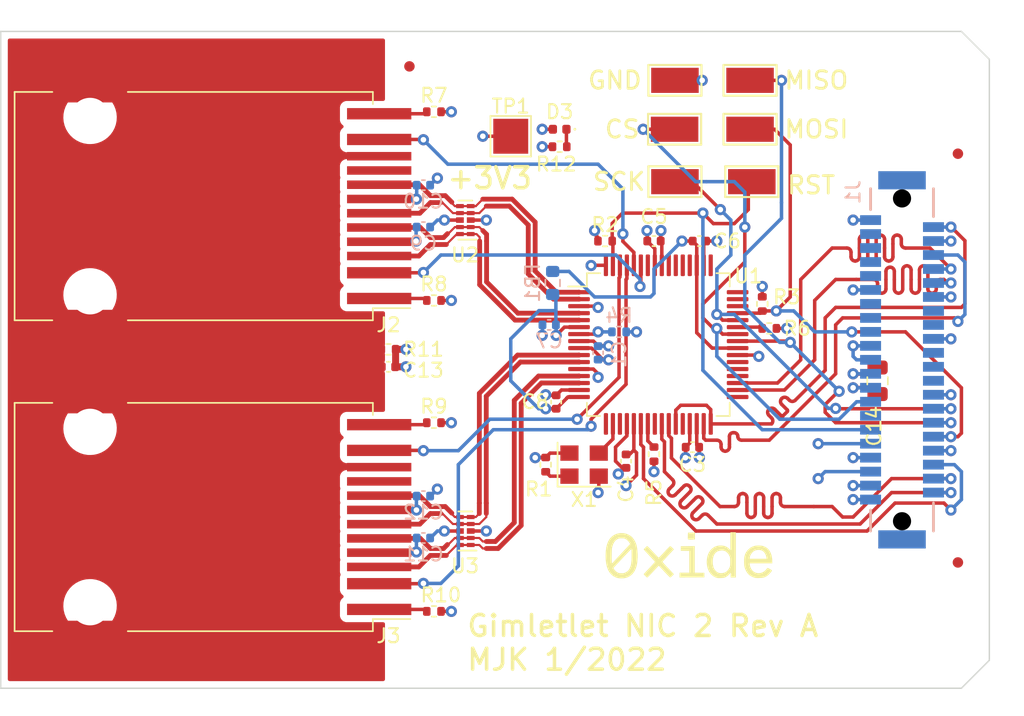
<source format=kicad_pcb>
(kicad_pcb (version 20211014) (generator pcbnew)
  (layers (0 "F.Cu" signal) (1 "In1.Cu" power) (2 "In2.Cu" power) (31 "B.Cu" signal) (34 "B.Paste" user) (35 "F.Paste" user) (36 "B.SilkS" user "B.Silkscreen") (37 "F.SilkS" user "F.Silkscreen") (38 "B.Mask" user) (39 "F.Mask" user) (44 "Edge.Cuts" user))
  (net 0 "")
  (net 1 "GND")
  (net 2 "+3V3")
  (net 3 "/P1V3")
  (net 4 "/P1V3_FILT")
  (net 5 "Net-(C9-Pad1)")
  (net 6 "Net-(C10-Pad1)")
  (net 7 "Net-(C11-Pad1)")
  (net 8 "Net-(C12-Pad1)")
  (net 9 "Earth")
  (net 10 "/~{SPI4_RESET}")
  (net 11 "/RMII_REF_CLK")
  (net 12 "/SP_MDC")
  (net 13 "/SP_MDIO")
  (net 14 "/RMII_CRS_DV")
  (net 15 "/~{SMI_IRQ}")
  (net 16 "/RMII_RXD0")
  (net 17 "/~{SMI_RESET}")
  (net 18 "/RMII_RXD1")
  (net 19 "/SP_PB0")
  (net 20 "/SP_PB1")
  (net 21 "/SP_PB2")
  (net 22 "/SP_PF11")
  (net 23 "/SP_PF12")
  (net 24 "/~{I2C4_SMBA}")
  (net 25 "/I2C4_SCL")
  (net 26 "/I2C4_SDA")
  (net 27 "/~{SPI4_CS}")
  (net 28 "/SPI4_SCK")
  (net 29 "/~{SPI4_INT}")
  (net 30 "/SPI4_MISO")
  (net 31 "/SPI4_MOSI")
  (net 32 "/RMII_TXEN")
  (net 33 "/RMII_TXD0")
  (net 34 "/RMII_TXD1")
  (net 35 "/P1LED0")
  (net 36 "/P2LED0")
  (net 37 "Net-(R1-Pad2)")
  (net 38 "Net-(R4-Pad2)")
  (net 39 "Net-(R5-Pad2)")
  (net 40 "/~{INTR}")
  (net 42 "Net-(U1-Pad18)")
  (net 59 "/P1LED1")
  (net 60 "/P2LED1")
  (net 61 "Net-(D3-Pad1)")
  (net 62 "Net-(J2-Pad1)")
  (net 63 "Net-(J2-Pad12)")
  (net 64 "Net-(J3-Pad1)")
  (net 65 "/TX1_P")
  (net 66 "/TX1_N")
  (net 67 "/RX1_P")
  (net 68 "/RX1_N")
  (net 69 "/TX2_P")
  (net 70 "/TX2_N")
  (net 71 "/RX2_P")
  (net 72 "/RX2_N")
  (net 73 "Net-(J3-Pad12)")
  (footprint "LED_SMD:LED_0402_1005Metric" (layer "F.Cu") (at 155.75 62 180)
    (fp_text reference "D3")
    (fp_text value "LED")
  )
  (footprint "Capacitor_SMD:C_0805_2012Metric" (layer "F.Cu") (at 178.5 80 90)
    (fp_text reference "C14")
    (fp_text value "10 µF")
  )
  (footprint "Oscillator:Oscillator_SMD_Abracon_ASE-4Pin_3.2x2.5mm" (layer "F.Cu") (at 157.5 86)
    (fp_text reference "X1")
    (fp_text value "ASE-25.000MHZ-LC")
  )
  (footprint "TestPoint:TestPoint_Pad_2.5x2.5mm" (layer "F.Cu") (at 152.25 62.5)
    (fp_text reference "TP1")
    (fp_text value "TestPoint")
  )
  (footprint "Fiducial:Fiducial_0.75mm_Mask1.5mm" (layer "F.Cu") (at 184.25 63.75)
    (fp_text reference "FID2" hide)
    (fp_text value "Fiducial")
  )
  (footprint "TestPoint:TestPoint_Keystone_5015_Micro-Minature" (layer "F.Cu") (at 169.375 58.5)
    (fp_text reference "TP7" hide)
    (fp_text value "TestPoint")
  )
  (footprint "TestPoint:TestPoint_Keystone_5015_Micro-Minature" (layer "F.Cu") (at 169.5 65.75)
    (fp_text reference "TP5" hide)
    (fp_text value "TestPoint")
  )
  (footprint "Capacitor_SMD:C_0402_1005Metric" (layer "F.Cu") (at 162.5 70)
    (fp_text reference "C5")
    (fp_text value "1 µF")
  )
  (footprint "Resistor_SMD:R_0402_1005Metric" (layer "F.Cu") (at 143.5 77.75 180)
    (fp_text reference "R11")
    (fp_text value "1 MΩ")
  )
  (footprint "Resistor_SMD:R_0402_1005Metric" (layer "F.Cu") (at 146.75 74.25)
    (fp_text reference "R8")
    (fp_text value "143Ω")
  )
  (footprint "Connector_RJ:RJ45_Wuerth_74980111211_Horizontal" (layer "F.Cu") (at 129.565 89.75 180)
    (fp_text reference "J3")
    (fp_text value "Wuerth_74980111211")
  )
  (footprint "Resistor_SMD:R_0402_1005Metric" (layer "F.Cu") (at 146.75 96.5)
    (fp_text reference "R10")
    (fp_text value "143Ω")
  )
  (footprint "TestPoint:TestPoint_Keystone_5015_Micro-Minature" (layer "F.Cu") (at 163.975 62)
    (fp_text reference "TP3" hide)
    (fp_text value "TestPoint")
  )
  (footprint "Capacitor_SMD:C_0402_1005Metric" (layer "F.Cu") (at 160.5 85.75 90)
    (fp_text reference "C4")
    (fp_text value "1 µF")
  )
  (footprint "TestPoint:TestPoint_Keystone_5015_Micro-Minature" (layer "F.Cu") (at 164 65.75)
    (fp_text reference "TP6" hide)
    (fp_text value "TestPoint")
  )
  (footprint "Resistor_SMD:R_0402_1005Metric" (layer "F.Cu") (at 162.5 85.25 90)
    (fp_text reference "R5")
    (fp_text value "10KΩ")
  )
  (footprint "Resistor_SMD:R_0402_1005Metric" (layer "F.Cu") (at 146.75 83)
    (fp_text reference "R9")
    (fp_text value "143Ω")
  )
  (footprint "Resistor_SMD:R_0402_1005Metric" (layer "F.Cu") (at 155.75 63.25)
    (fp_text reference "R12")
    (fp_text value "143Ω")
  )
  (footprint "Package_QFP:LQFP-64_10x10mm_P0.5mm" (layer "F.Cu") (at 162.81 77.41)
    (fp_text reference "U1")
    (fp_text value "KSZ8463FRLI")
  )
  (footprint "MountingHole:MountingHole_3.2mm_M3" (layer "F.Cu") (at 180.25 96.915)
    (fp_text reference "H2" hide)
    (fp_text value "MountingHole")
  )
  (footprint "Resistor_SMD:R_0402_1005Metric" (layer "F.Cu") (at 159 70)
    (fp_text reference "R2")
    (fp_text value "10KΩ")
  )
  (footprint "Capacitor_SMD:C_0402_1005Metric" (layer "F.Cu") (at 143.5 79 180)
    (fp_text reference "C13")
    (fp_text value "4700 pF")
  )
  (footprint "MountingHole:MountingHole_3.2mm_M3" (layer "F.Cu") (at 180.25 60.085)
    (fp_text reference "H1" hide)
    (fp_text value "MountingHole")
  )
  (footprint "Package_SON:USON-10_2.5x1.0mm_P0.5mm" (layer "F.Cu") (at 149 90.75 180)
    (fp_text reference "U3")
    (fp_text value "TPD4S010DQAR")
  )
  (footprint "Resistor_SMD:R_0402_1005Metric" (layer "F.Cu") (at 146.75 60.75)
    (fp_text reference "R7")
    (fp_text value "143Ω")
  )
  (footprint "Capacitor_SMD:C_0402_1005Metric" (layer "F.Cu") (at 165.75 70 180)
    (fp_text reference "C6")
    (fp_text value "1 µF")
  )
  (footprint "Resistor_SMD:R_0402_1005Metric" (layer "F.Cu") (at 154.75 86 -90)
    (fp_text reference "R1")
    (fp_text value "10KΩ")
  )
  (footprint "Resistor_SMD:R_0402_1005Metric" (layer "F.Cu") (at 170.75 76.25)
    (fp_text reference "R6")
    (fp_text value "4.7 KΩ")
  )
  (footprint "Capacitor_SMD:C_0402_1005Metric" (layer "F.Cu") (at 165.25 84.75)
    (fp_text reference "C3")
    (fp_text value "1 µF")
  )
  (footprint "TestPoint:TestPoint_Keystone_5015_Micro-Minature" (layer "F.Cu") (at 164 58.5)
    (fp_text reference "TP2" hide)
    (fp_text value "TestPoint")
  )
  (footprint "Fiducial:Fiducial_0.75mm_Mask1.5mm" (layer "F.Cu") (at 145 57.5)
    (fp_text reference "FID1" hide)
    (fp_text value "Fiducial")
  )
  (footprint "Logos_0x:OXIDE_Wordmark" (layer "F.Cu") (at 164.967883 89.608997)
    (fp_text reference "LOGO1" hide)
    (fp_text value "LOGO" hide)
  )
  (footprint "Capacitor_SMD:C_0402_1005Metric" (layer "F.Cu") (at 155.5 81.52 -90)
    (fp_text reference "C8")
    (fp_text value "1 µF")
  )
  (footprint "TestPoint:TestPoint_Keystone_5015_Micro-Minature" (layer "F.Cu") (at 169.375 62)
    (fp_text reference "TP8" hide)
    (fp_text value "TestPoint")
  )
  (footprint "Package_SON:USON-10_2.5x1.0mm_P0.5mm" (layer "F.Cu") (at 149 68.5 180)
    (fp_text reference "U2")
    (fp_text value "TPD4S010DQAR")
  )
  (footprint "Connector_RJ:RJ45_Wuerth_74980111211_Horizontal" (layer "F.Cu") (at 129.565 67.5 180)
    (fp_text reference "J2")
    (fp_text value "Wuerth_74980111211")
  )
  (footprint "Fiducial:Fiducial_0.75mm_Mask1.5mm" (layer "F.Cu") (at 184.25 93)
    (fp_text reference "FID3" hide)
    (fp_text value "Fiducial")
  )
  (footprint "Resistor_SMD:R_0402_1005Metric" (layer "F.Cu") (at 170.25 74.5 -90)
    (fp_text reference "R3")
    (fp_text value "4.7 KΩ")
  )
  (footprint "Capacitor_SMD:C_0402_1005Metric" (layer "B.Cu") (at 155 76)
    (fp_text reference "C7")
    (fp_text value "1 µF")
  )
  (footprint "Capacitor_SMD:C_0402_1005Metric" (layer "B.Cu") (at 158.5 78 -90)
    (fp_text reference "C1")
    (fp_text value "1 µF")
  )
  (footprint "Resistor_SMD:R_0603_1608Metric" (layer "B.Cu") (at 155.25 73 -90)
    (fp_text reference "FB1")
    (fp_text value "FerriteBead" hide)
  )
  (footprint "Capacitor_SMD:C_0402_1005Metric" (layer "B.Cu") (at 146 88.25)
    (fp_text reference "C12")
    (fp_text value "0.1 µF")
  )
  (footprint "Connectors_0x:DF9-41P-1V" (layer "B.Cu") (at 180.25 78.5 90)
    (fp_text reference "J1")
    (fp_text value "Conn_2Rows-41Pins")
  )
  (footprint "Capacitor_SMD:C_0402_1005Metric" (layer "B.Cu") (at 146 91.25)
    (fp_text reference "C11")
    (fp_text value "0.1 µF")
  )
  (footprint "Capacitor_SMD:C_0402_1005Metric" (layer "B.Cu") (at 146 66)
    (fp_text reference "C10")
    (fp_text value "0.1 µF")
  )
  (footprint "Capacitor_SMD:C_0402_1005Metric" (layer "B.Cu") (at 146 69)
    (fp_text reference "C9")
    (fp_text value "0.1 µF")
  )
  (footprint "Resistor_SMD:R_0402_1005Metric" (layer "B.Cu") (at 160 76.5 180)
    (fp_text reference "R4")
    (fp_text value "6.49 KΩ")
  )
  (gr_line (start 186.5 57) (end 186.5 100) (layer "Edge.Cuts") (width 0.1))
  (gr_line (start 115.75 102) (end 115.75 55) (layer "Edge.Cuts") (width 0.1))
  (gr_line (start 186.5 100) (end 184.5 102) (layer "Edge.Cuts") (width 0.1))
  (gr_line (start 115.75 55) (end 184.5 55) (layer "Edge.Cuts") (width 0.1))
  (gr_line (start 184.5 55) (end 186.5 57) (layer "Edge.Cuts") (width 0.1))
  (gr_line (start 184.5 102) (end 115.75 102) (layer "Edge.Cuts") (width 0.1))
  (gr_text "+3V3" (at 150.75 65.5) (layer "F.SilkS") (effects (font (size 1.5 1.5) (thickness 0.25))))
  (gr_text "RST" (at 173.75 66) (layer "F.SilkS") (effects (font (size 1.25 1.25) (thickness 0.2))))
  (gr_text "CS" (at 160.225 62) (layer "F.SilkS") (effects (font (size 1.25 1.25) (thickness 0.2))))
  (gr_text "SCK" (at 160 65.75) (layer "F.SilkS") (effects (font (size 1.25 1.25) (thickness 0.2))))
  (gr_text "Gimletlet NIC 2 Rev A\nMJK 1/2022" (at 149 98.75) (layer "F.SilkS") (effects (font (size 1.5 1.5) (thickness 0.25)) (justify left)))
  (gr_text "MOSI" (at 174.125 62) (layer "F.SilkS") (effects (font (size 1.25 1.25) (thickness 0.2))))
  (gr_text "GND" (at 159.7 58.5) (layer "F.SilkS") (effects (font (size 1.25 1.25) (thickness 0.2))))
  (gr_text "MISO" (at 174.125 58.5) (layer "F.SilkS") (effects (font (size 1.25 1.25) (thickness 0.2))))
  (segment (start 165.06 84.46) (end 164.77 84.75) (width 0.25) (layer "F.Cu") (net 1))
  (segment (start 169.91 78.16) (end 168.485 78.16) (width 0.25) (layer "F.Cu") (net 1))
  (segment (start 158.49 70) (end 158.49 69.74) (width 0.25) (layer "F.Cu") (net 1))
  (segment (start 159.06 71.735) (end 158.015 71.735) (width 0.25) (layer "F.Cu") (net 1))
  (segment (start 158.504565 77.5) (end 159.25 77.5) (width 0.25) (layer "F.Cu") (net 1))
  (segment (start 170 78.25) (end 169.91 78.16) (width 0.25) (layer "F.Cu") (net 1))
  (segment (start 162.02 70) (end 162.02 69.27) (width 0.25) (layer "F.Cu") (net 1))
  (segment (start 160.5 86.23) (end 160.383939 86.23) (width 0.25) (layer "F.Cu") (net 1))
  (segment (start 158.41 74.66) (end 158.5 74.75) (width 0.25) (layer "F.Cu") (net 1))
  (segment (start 164.77 85.48) (end 164.75 85.5) (width 0.25) (layer "F.Cu") (net 1))
  (segment (start 147.5025 68.5) (end 148.6175 68.5) (width 0.25) (layer "F.Cu") (net 1))
  (segment (start 157.135 77.16) (end 158.164565 77.16) (width 0.25) (layer "F.Cu") (net 1))
  (segment (start 162.56 71.735) (end 162.56 70.54693) (width 0.25) (layer "F.Cu") (net 1))
  (segment (start 158.5 79.5) (end 158.16 79.16) (width 0.25) (layer "F.Cu") (net 1))
  (segment (start 158.55 87.95) (end 158.5 88) (width 0.25) (layer "F.Cu") (net 1))
  (segment (start 160.56 83.94) (end 159.75 84.75) (width 0.25) (layer "F.Cu") (net 1))
  (segment (start 176.77 80.48) (end 178.03 80.48) (width 0.25) (layer "F.Cu") (net 1))
  (segment (start 155.88 80.66) (end 157.135 80.66) (width 0.25) (layer "F.Cu") (net 1))
  (segment (start 160.383939 86.23) (end 159.945576 86.668363) (width 0.25) (layer "F.Cu") (net 1))
  (segment (start 165.06 83.085) (end 165.06 84.46) (width 0.25) (layer "F.Cu") (net 1))
  (segment (start 157.135 74.66) (end 158.41 74.66) (width 0.25) (layer "F.Cu") (net 1))
  (segment (start 144.01 78.97) (end 143.98 79) (width 0.5) (layer "F.Cu") (net 1))
  (segment (start 158.164565 77.16) (end 158.504565 77.5) (width 0.25) (layer "F.Cu") (net 1))
  (segment (start 158.015 71.735) (end 158 71.75) (width 0.25) (layer "F.Cu") (net 1))
  (segment (start 162.02 70.00693) (end 162.02 70) (width 0.25) (layer "F.Cu") (net 1))
  (segment (start 158.5 79.75) (end 158.5 79.5) (width 0.25) (layer "F.Cu") (net 1))
  (segment (start 144.01 77.75) (end 144.75 77.75) (width 0.5) (layer "F.Cu") (net 1))
  (segment (start 162.02 69.27) (end 162 69.25) (width 0.25) (layer "F.Cu") (net 1))
  (segment (start 158.55 86.825) (end 158.55 87.95) (width 0.25) (layer "F.Cu") (net 1))
  (segment (start 147.5 90.75) (end 148.615 90.75) (width 0.25) (layer "F.Cu") (net 1))
  (segment (start 164.77 84.75) (end 164.77 85.48) (width 0.25) (layer "F.Cu") (net 1))
  (segment (start 166.23 70) (end 167 70) (width 0.25) (layer "F.Cu") (net 1))
  (segment (start 158.25 69.5) (end 158.25 69.25) (width 0.25) (layer "F.Cu") (net 1))
  (segment (start 155.5 81.04) (end 154.79 81.04) (width 0.25) (layer "F.Cu") (net 1))
  (segment (start 159.75 84.75) (end 159.75 85.75) (width 0.25) (layer "F.Cu") (net 1))
  (segment (start 164 58.5) (end 165.95 58.5) (width 0.25) (layer "F.Cu") (net 1))
  (segment (start 143.98 79) (end 144.75 79) (width 0.5) (layer "F.Cu") (net 1))
  (segment (start 162.56 70.54693) (end 162.02 70.00693) (width 0.25) (layer "F.Cu") (net 1))
  (segment (start 166.06 70.17) (end 166.23 70) (width 0.25) (layer "F.Cu") (net 1))
  (segment (start 154.79 81.04) (end 154.75 81) (width 0.25) (layer "F.Cu") (net 1))
  (segment (start 159.75 85.75) (end 160.23 86.23) (width 0.25) (layer "F.Cu") (net 1))
  (segment (start 158.49 69.74) (end 158.25 69.5) (width 0.25) (layer "F.Cu") (net 1))
  (segment (start 176.75 80.5) (end 176.77 80.48) (width 0.25) (layer "F.Cu") (net 1))
  (segment (start 149.3875 68.5) (end 150.5025 68.5) (width 0.25) (layer "F.Cu") (net 1))
  (segment (start 155.24 63.25) (end 154.5 63.25) (width 0.25) (layer "F.Cu") (net 1))
  (segment (start 166.06 71.735) (end 166.06 70.17) (width 0.25) (layer "F.Cu") (net 1))
  (segment (start 149.385 90.75) (end 150.5 90.75) (width 0.25) (layer "F.Cu") (net 1))
  (segment (start 160.56 83.085) (end 160.56 83.94) (width 0.25) (layer "F.Cu") (net 1))
  (segment (start 155.5 81.04) (end 155.88 80.66) (width 0.25) (layer "F.Cu") (net 1))
  (segment (start 157.135 79.16) (end 158.16 79.16) (width 0.25) (layer "F.Cu") (net 1))
  (segment (start 178.03 80.48) (end 178.5 80.95) (width 0.25) (layer "F.Cu") (net 1))
  (segment (start 144.01 77.75) (end 144.01 78.97) (width 0.5) (layer "F.Cu") (net 1))
  (via (at 170 78.25) (size 0.8) (drill 0.4) (layers "F.Cu" "B.Cu") (net 1))
  (via (at 147.5025 68.5) (size 0.8) (drill 0.4) (layers "F.Cu" "B.Cu") (net 1))
  (via (at 159.25 77.5) (size 0.8) (drill 0.4) (layers "F.Cu" "B.Cu") (net 1))
  (via (at 176.75 88.5) (size 0.8) (drill 0.4) (layers "F.Cu" "B.Cu") (net 1))
  (via (at 158 71.75) (size 0.8) (drill 0.4) (layers "F.Cu" "B.Cu") (net 1))
  (via (at 161.25 76.5) (size 0.8) (drill 0.4) (layers "F.Cu" "B.Cu") (net 1))
  (via (at 183.75 85) (size 0.8) (drill 0.4) (layers "F.Cu" "B.Cu") (net 1))
  (via (at 154.5 76.75) (size 0.8) (drill 0.4) (layers "F.Cu" "B.Cu") (net 1))
  (via (at 154.75 81) (size 0.8) (drill 0.4) (layers "F.Cu" "B.Cu") (net 1))
  (via (at 154.5 63.25) (size 0.8) (drill 0.4) (layers "F.Cu" "B.Cu") (net 1))
  (via (at 183.75 70) (size 0.8) (drill 0.4) (layers "F.Cu" "B.Cu") (net 1))
  (via (at 159.945576 86.668363) (size 0.8) (drill 0.4) (layers "F.Cu" "B.Cu") (net 1))
  (via (at 144.75 79) (size 0.8) (drill 0.4) (layers "F.Cu" "B.Cu") (net 1))
  (via (at 158.5 88) (size 0.8) (drill 0.4) (layers "F.Cu" "B.Cu") (net 1))
  (via (at 147 65.5) (size 0.8) (drill 0.4) (layers "F.Cu" "B.Cu") (net 1))
  (via (at 176.75 80.5) (size 0.8) (drill 0.4) (layers "F.Cu" "B.Cu") (net 1))
  (via (at 183.75 74) (size 0.8) (drill 0.4) (layers "F.Cu" "B.Cu") (net 1))
  (via (at 183.75 77) (size 0.8) (drill 0.4) (layers "F.Cu" "B.Cu") (net 1))
  (via (at 176.75 73.5) (size 0.8) (drill 0.4) (layers "F.Cu" "B.Cu") (net 1))
  (via (at 147.5 90.75) (size 0.8) (drill 0.4) (layers "F.Cu" "B.Cu") (net 1))
  (via (at 165.95 58.5) (size 0.8) (drill 0.4) (layers "F.Cu" "B.Cu") (net 1))
  (via (at 144.75 77.75) (size 0.8) (drill 0.4) (layers "F.Cu" "B.Cu") (net 1))
  (via (at 183.75 81) (size 0.8) (drill 0.4) (layers "F.Cu" "B.Cu") (net 1))
  (via (at 150.5025 68.5) (size 0.8) (drill 0.4) (layers "F.Cu" "B.Cu") (net 1))
  (via (at 158.5 79.75) (size 0.8) (drill 0.4) (layers "F.Cu" "B.Cu") (net 1))
  (via (at 176.75 68.5) (size 0.8) (drill 0.4) (layers "F.Cu" "B.Cu") (net 1))
  (via (at 164.75 85.5) (size 0.8) (drill 0.4) (layers "F.Cu" "B.Cu") (net 1))
  (via (at 158.25 69.25) (size 0.8) (drill 0.4) (layers "F.Cu" "B.Cu") (net 1))
  (via (at 150.5 90.75) (size 0.8) (drill 0.4) (layers "F.Cu" "B.Cu") (net 1))
  (via (at 162 69.25) (size 0.8) (drill 0.4) (layers "F.Cu" "B.Cu") (net 1))
  (via (at 147 87.75) (size 0.8) (drill 0.4) (layers "F.Cu" "B.Cu") (net 1))
  (via (at 176.75 87.5) (size 0.8) (drill 0.4) (layers "F.Cu" "B.Cu") (net 1))
  (via (at 167 70) (size 0.8) (drill 0.4) (layers "F.Cu" "B.Cu") (net 1))
  (via (at 158.5 74.75) (size 0.8) (drill 0.4) (layers "F.Cu" "B.Cu") (net 1))
  (segment (start 182.5 70) (end 183.75 70) (width 0.25) (layer "B.Cu") (net 1))
  (segment (start 160.51 76.5) (end 161.25 76.5) (width 0.25) (layer "B.Cu") (net 1))
  (segment (start 182.5 74) (end 183.75 74) (width 0.25) (layer "B.Cu") (net 1))
  (segment (start 146.48 88.25) (end 146.5 88.25) (width 0.25) (layer "B.Cu") (net 1))
  (segment (start 147 68.5) (end 147.5025 68.5) (width 0.25) (layer "B.Cu") (net 1))
  (segment (start 178 88.5) (end 176.75 88.5) (width 0.25) (layer "B.Cu") (net 1))
  (segment (start 146.5 91.25) (end 146.48 91.25) (width 0.25) (layer "B.Cu") (net 1))
  (segment (start 159.23 77.52) (end 159.25 77.5) (width 0.25) (layer "B.Cu") (net 1))
  (segment (start 178 73.5) (end 176.75 73.5) (width 0.25) (layer "B.Cu") (net 1))
  (segment (start 146.48 69) (end 146.5 69) (width 0.25) (layer "B.Cu") (net 1))
  (segment (start 147 90.75) (end 147.5 90.75) (width 0.25) (layer "B.Cu") (net 1))
  (segment (start 146.98 65.5) (end 146.48 66) (width 0.25) (layer "B.Cu") (net 1))
  (segment (start 182.5 85) (end 183.75 85) (width 0.25) (layer "B.Cu") (net 1))
  (segment (start 182.5 81) (end 183.75 81) (width 0.25) (layer "B.Cu") (net 1))
  (segment (start 158.5 77.52) (end 159.23 77.52) (width 0.25) (layer "B.Cu") (net 1))
  (segment (start 154.52 76.73) (end 154.5 76.75) (width 0.25) (layer "B.Cu") (net 1))
  (segment (start 178 87.5) (end 176.75 87.5) (width 0.25) (layer "B.Cu") (net 1))
  (segment (start 182.5 77) (end 183.75 77) (width 0.25) (layer "B.Cu") (net 1))
  (segment (start 147 65.5) (end 146.98 65.5) (width 0.25) (layer "B.Cu") (net 1))
  (segment (start 178 68.5) (end 176.75 68.5) (width 0.25) (layer "B.Cu") (net 1))
  (segment (start 178 80.5) (end 176.75 80.5) (width 0.25) (layer "B.Cu") (net 1))
  (segment (start 154.52 76) (end 154.52 76.73) (width 0.25) (layer "B.Cu") (net 1))
  (segment (start 147 90.75) (end 146.5 91.25) (width 0.25) (layer "B.Cu") (net 1))
  (segment (start 146.5 88.25) (end 147 87.75) (width 0.25) (layer "B.Cu") (net 1))
  (segment (start 146.5 69) (end 147 68.5) (width 0.25) (layer "B.Cu") (net 1))
  (segment (start 161.06 84.96) (end 160.75 85.27) (width 0.25) (layer "F.Cu") (net 2))
  (segment (start 154.75 85.49) (end 154.01 85.49) (width 0.25) (layer "F.Cu") (net 2))
  (segment (start 154.01 85.49) (end 154 85.5) (width 0.25) (layer "F.Cu") (net 2))
  (segment (start 161.06 83.085) (end 161.06 84.96) (width 0.25) (layer "F.Cu") (net 2))
  (segment (start 147.26 83) (end 148 83) (width 0.25) (layer "F.Cu") (net 2))
  (segment (start 156.45 85.175) (end 155.065 85.175) (width 0.25) (layer "F.Cu") (net 2))
  (segment (start 158.868847 78.5) (end 159.25 78.5) (width 0.25) (layer "F.Cu") (net 2))
  (segment (start 171.26 76.25) (end 172 76.25) (width 0.25) (layer "F.Cu") (net 2))
  (segment (start 161.25 85.15) (end 161.25 86.75) (width 0.25) (layer "F.Cu") (net 2))
  (segment (start 163.06 70.08) (end 162.98 70) (width 0.25) (layer "F.Cu") (net 2))
  (segment (start 152.25 62.5) (end 150.25 62.5) (width 0.25) (layer "F.Cu") (net 2))
  (segment (start 165.73 84.75) (end 165.73 85.48) (width 0.25) (layer "F.Cu") (net 2))
  (segment (start 176.75 79.5) (end 176.77 79.52) (width 0.25) (layer "F.Cu") (net 2))
  (segment (start 176.77 79.52) (end 178.03 79.52) (width 0.25) (layer "F.Cu") (net 2))
  (segment (start 165.56 84.58) (end 165.73 84.75) (width 0.25) (layer "F.Cu") (net 2))
  (segment (start 163.06 71.735) (end 163.06 70.08) (width 0.25) (layer "F.Cu") (net 2))
  (segment (start 157.135 77.66) (end 158.028847 77.66) (width 0.25) (layer "F.Cu") (net 2))
  (segment (start 147.26 60.75) (end 148 60.75) (width 0.25) (layer "F.Cu") (net 2))
  (segment (start 162.98 70) (end 162.98 69.27) (width 0.25) (layer "F.Cu") (net 2))
  (segment (start 155.065 85.175) (end 154.75 85.49) (width 0.25) (layer "F.Cu") (net 2))
  (segment (start 178.03 79.52) (end 178.5 79.05) (width 0.25) (layer "F.Cu") (net 2))
  (segment (start 147.26 74.25) (end 148 74.25) (width 0.25) (layer "F.Cu") (net 2))
  (segment (start 155.265 62) (end 154.5 62) (width 0.25) (layer "F.Cu") (net 2))
  (segment (start 158.028847 77.66) (end 158.868847 78.5) (width 0.25) (layer "F.Cu") (net 2))
  (segment (start 162.98 69.27) (end 163 69.25) (width 0.25) (layer "F.Cu") (net 2))
  (segment (start 147.26 96.5) (end 148 96.5) (width 0.25) (layer "F.Cu") (net 2))
  (segment (start 161.06 84.96) (end 161.25 85.15) (width 0.25) (layer "F.Cu") (net 2))
  (segment (start 165.73 85.48) (end 165.75 85.5) (width 0.25) (layer "F.Cu") (net 2))
  (segment (start 170.25 73.99) (end 170.25 73.25) (width 0.25) (layer "F.Cu") (net 2))
  (segment (start 162.5 85.76) (end 162.5 86.5) (width 0.25) (layer "F.Cu") (net 2))
  (segment (start 165.56 83.085) (end 165.56 84.58) (width 0.25) (layer "F.Cu") (net 2))
  (segment (start 161.25 86.75) (end 160.5 87.5) (width 0.25) (layer "F.Cu") (net 2))
  (via (at 150.25 62.5) (size 0.8) (drill 0.4) (layers "F.Cu" "B.Cu") (net 2))
  (via (at 148 83) (size 0.8) (drill 0.4) (layers "F.Cu" "B.Cu") (net 2))
  (via (at 165.75 85.5) (size 0.8) (drill 0.4) (layers "F.Cu" "B.Cu") (net 2))
  (via (at 159.25 78.5) (size 0.8) (drill 0.4) (layers "F.Cu" "B.Cu") (net 2))
  (via (at 174.25 84.5) (size 0.8) (drill 0.4) (layers "F.Cu" "B.Cu") (net 2))
  (via (at 172 76.25) (size 0.8) (drill 0.4) (layers "F.Cu" "B.Cu") (net 2))
  (via (at 154.5 62) (size 0.8) (drill 0.4) (layers "F.Cu" "B.Cu") (net 2))
  (via (at 176.75 77.5) (size 0.8) (drill 0.4) (layers "F.Cu" "B.Cu") (net 2))
  (via (at 148 96.5) (size 0.8) (drill 0.4) (layers "F.Cu" "B.Cu") (net 2))
  (via (at 160.5 87.5) (size 0.8) (drill 0.4) (layers "F.Cu" "B.Cu") (net 2))
  (via (at 154 85.5) (size 0.8) (drill 0.4) (layers "F.Cu" "B.Cu") (net 2))
  (via (at 163 69.25) (size 0.8) (drill 0.4) (layers "F.Cu" "B.Cu") (net 2))
  (via (at 148 74.25) (size 0.8) (drill 0.4) (layers "F.Cu" "B.Cu") (net 2))
  (via (at 176.75 85.5) (size 0.8) (drill 0.4) (layers "F.Cu" "B.Cu") (net 2))
  (via (at 176.75 79.5) (size 0.8) (drill 0.4) (layers "F.Cu" "B.Cu") (net 2))
  (via (at 162.5 86.5) (size 0.8) (drill 0.4) (layers "F.Cu" "B.Cu") (net 2))
  (via (at 174.25 87) (size 0.8) (drill 0.4) (layers "F.Cu" "B.Cu") (net 2))
  (via (at 148 60.75) (size 0.8) (drill 0.4) (layers "F.Cu" "B.Cu") (net 2))
  (via (at 170.25 73.25) (size 0.8) (drill 0.4) (layers "F.Cu" "B.Cu") (net 2))
  (segment (start 174.75 86.5) (end 174.25 87) (width 0.25) (layer "B.Cu") (net 2))
  (segment (start 178 77.5) (end 176.75 77.5) (width 0.25) (layer "B.Cu") (net 2))
  (segment (start 178 78.5) (end 177 78.5) (width 0.25) (layer "B.Cu") (net 2))
  (segment (start 178 86.5) (end 174.75 86.5) (width 0.25) (layer "B.Cu") (net 2))
  (segment (start 178 79.5) (end 176.75 79.5) (width 0.25) (layer "B.Cu") (net 2))
  (segment (start 178 84.5) (end 174.25 84.5) (width 0.25) (layer "B.Cu") (net 2))
  (segment (start 158.5 78.48) (end 159.23 78.48) (width 0.25) (layer "B.Cu") (net 2))
  (segment (start 178 85.5) (end 176.75 85.5) (width 0.25) (layer "B.Cu") (net 2))
  (segment (start 159.23 78.48) (end 159.25 78.5) (width 0.25) (layer "B.Cu") (net 2))
  (segment (start 177 78.5) (end 176.75 78.25) (width 0.25) (layer "B.Cu") (net 2))
  (segment (start 176.75 78.25) (end 176.75 77.5) (width 0.25) (layer "B.Cu") (net 2))
  (segment (start 165.27 70) (end 164.5 70) (width 0.25) (layer "F.Cu") (net 3))
  (segment (start 165.56 71.735) (end 165.56 70.29) (width 0.25) (layer "F.Cu") (net 3))
  (segment (start 165.56 76.56) (end 165.56 71.735) (width 0.25) (layer "F.Cu") (net 3))
  (segment (start 165.56 70.29) (end 165.27 70) (width 0.25) (layer "F.Cu") (net 3))
  (segment (start 166.66 77.66) (end 165.56 76.56) (width 0.25) (layer "F.Cu") (net 3))
  (segment (start 168.485 77.66) (end 166.66 77.66) (width 0.25) (layer "F.Cu") (net 3))
  (via (at 164.5 70) (size 0.8) (drill 0.4) (layers "F.Cu" "B.Cu") (net 3))
  (segment (start 162.25 74) (end 162.5 73.75) (width 0.25) (layer "B.Cu") (net 3))
  (segment (start 155.25 72.175) (end 156.425 72.175) (width 0.25) (layer "B.Cu") (net 3))
  (segment (start 162.5 73.75) (end 162.5 72) (width 0.25) (layer "B.Cu") (net 3))
  (segment (start 156.425 72.175) (end 158.25 74) (width 0.25) (layer "B.Cu") (net 3))
  (segment (start 162.5 72) (end 164.5 70) (width 0.25) (layer "B.Cu") (net 3))
  (segment (start 158.25 74) (end 162.25 74) (width 0.25) (layer "B.Cu") (net 3))
  (segment (start 155.5 82) (end 154.75 82) (width 0.25) (layer "F.Cu") (net 4))
  (segment (start 156.25 81.25) (end 156.25 81.25693) (width 0.25) (layer "F.Cu") (net 4))
  (segment (start 155.50693 82) (end 155.5 82) (width 0.25) (layer "F.Cu") (net 4))
  (segment (start 156.34 81.16) (end 156.25 81.25) (width 0.25) (layer "F.Cu") (net 4))
  (segment (start 157.135 81.16) (end 156.34 81.16) (width 0.25) (layer "F.Cu") (net 4))
  (segment (start 156.09 76.16) (end 155.5 76.75) (width 0.25) (layer "F.Cu") (net 4))
  (segment (start 157.135 76.16) (end 156.09 76.16) (width 0.25) (layer "F.Cu") (net 4))
  (segment (start 156.25 81.25693) (end 155.50693 82) (width 0.25) (layer "F.Cu") (net 4))
  (via (at 155.5 76.75) (size 0.8) (drill 0.4) (layers "F.Cu" "B.Cu") (net 4))
  (via (at 154.75 82) (size 0.8) (drill 0.4) (layers "F.Cu" "B.Cu") (net 4))
  (segment (start 155.5 76.02) (end 155.48 76) (width 0.25) (layer "B.Cu") (net 4))
  (segment (start 152.25 77) (end 152.25 80) (width 0.25) (layer "B.Cu") (net 4))
  (segment (start 152.25 80) (end 154.25 82) (width 0.25) (layer "B.Cu") (net 4))
  (segment (start 155.48 74.98) (end 155.48 76) (width 0.25) (layer "B.Cu") (net 4))
  (segment (start 155.48 74.055) (end 155.48 74.98) (width 0.25) (layer "B.Cu") (net 4))
  (segment (start 155.5 76.75) (end 155.5 76.02) (width 0.25) (layer "B.Cu") (net 4))
  (segment (start 154.27 74.98) (end 152.25 77) (width 0.25) (layer "B.Cu") (net 4))
  (segment (start 155.48 74.98) (end 154.27 74.98) (width 0.25) (layer "B.Cu") (net 4))
  (segment (start 154.25 82) (end 154.75 82) (width 0.25) (layer "B.Cu") (net 4))
  (segment (start 155.25 73.825) (end 155.48 74.055) (width 0.25) (layer "B.Cu") (net 4))
  (segment (start 145.427686 70.05) (end 145.478311 69.999375) (width 0.25) (layer "F.Cu") (net 5))
  (segment (start 142.835 70.05) (end 145.427686 70.05) (width 0.25) (layer "F.Cu") (net 5))
  (via (at 145.478311 69.999375) (size 0.8) (drill 0.4) (layers "F.Cu" "B.Cu") (net 5))
  (segment (start 145.478311 69.999375) (end 145.478311 69.041689) (width 0.25) (layer "B.Cu") (net 5))
  (segment (start 145.478311 69.041689) (end 145.52 69) (width 0.25) (layer "B.Cu") (net 5))
  (segment (start 142.835 66.99) (end 145.49 66.99) (width 0.25) (layer "F.Cu") (net 6))
  (segment (start 145.49 66.99) (end 145.5 67) (width 0.25) (layer "F.Cu") (net 6))
  (via (at 145.5 67) (size 0.8) (drill 0.4) (layers "F.Cu" "B.Cu") (net 6))
  (segment (start 145.52 66) (end 145.52 66.98) (width 0.25) (layer "B.Cu") (net 6))
  (segment (start 145.52 66.98) (end 145.5 67) (width 0.25) (layer "B.Cu") (net 6))
  (segment (start 142.835 92.3) (end 145.45 92.3) (width 0.25) (layer "F.Cu") (net 7))
  (segment (start 145.45 92.3) (end 145.5 92.25) (width 0.25) (layer "F.Cu") (net 7))
  (via (at 145.5 92.25) (size 0.8) (drill 0.4) (layers "F.Cu" "B.Cu") (net 7))
  (segment (start 145.5 91.27) (end 145.52 91.25) (width 0.25) (layer "B.Cu") (net 7))
  (segment (start 145.5 92.25) (end 145.5 91.27) (width 0.25) (layer "B.Cu") (net 7))
  (segment (start 145.49 89.24) (end 145.5 89.25) (width 0.25) (layer "F.Cu") (net 8))
  (segment (start 142.835 89.24) (end 145.49 89.24) (width 0.25) (layer "F.Cu") (net 8))
  (via (at 145.5 89.25) (size 0.8) (drill 0.4) (layers "F.Cu" "B.Cu") (net 8))
  (segment (start 145.5 88.27) (end 145.52 88.25) (width 0.25) (layer "B.Cu") (net 8))
  (segment (start 145.5 89.25) (end 145.5 88.27) (width 0.25) (layer "B.Cu") (net 8))
  (segment (start 122.145 76.42) (end 123.095 76.42) (width 1) (layer "F.Cu") (net 9))
  (segment (start 123.095 58.58) (end 122.145 58.58) (width 1) (layer "F.Cu") (net 9))
  (segment (start 122.145 80.83) (end 123.095 80.83) (width 1) (layer "F.Cu") (net 9))
  (segment (start 123.095 98.67) (end 122.145 98.67) (width 1) (layer "F.Cu") (net 9))
  (segment (start 159.51 70.25) (end 159.51 68.74) (width 0.25) (layer "F.Cu") (net 10))
  (segment (start 168.25 68.75) (end 169.25 67.75) (width 0.25) (layer "F.Cu") (net 10))
  (segment (start 159.51 68.74) (end 160.25 68) (width 0.25) (layer "F.Cu") (net 10))
  (segment (start 159.56 71.735) (end 159.56 70.31) (width 0.25) (layer "F.Cu") (net 10))
  (segment (start 166 68) (end 166.75 68.75) (width 0.25) (layer "F.Cu") (net 10))
  (segment (start 160.25 68) (end 166 68) (width 0.25) (layer "F.Cu") (net 10))
  (segment (start 166.75 68.75) (end 168.25 68.75) (width 0.25) (layer "F.Cu") (net 10))
  (segment (start 169.25 67.75) (end 169.25 65.75) (width 0.25) (layer "F.Cu") (net 10))
  (via (at 166 68) (size 0.8) (drill 0.4) (layers "F.Cu" "B.Cu") (net 10))
  (segment (start 166 79.25) (end 166.5 79.75) (width 0.25) (layer "B.Cu") (net 10))
  (segment (start 170.25 83.5) (end 166.5 79.75) (width 0.25) (layer "B.Cu") (net 10))
  (segment (start 166 68) (end 166 79.25) (width 0.25) (layer "B.Cu") (net 10))
  (segment (start 178 83.5) (end 170.25 83.5) (width 0.25) (layer "B.Cu") (net 10))
  (segment (start 175.5 74.75) (end 184.5 74.75) (width 0.25) (layer "F.Cu") (net 11))
  (segment (start 172.612062 81.387941) (end 174.75 79.25) (width 0.25) (layer "F.Cu") (net 11))
  (segment locked (start 166.25 81.75) (end 164.413215 81.75) (width 0.25) (layer "F.Cu") (net 11))
  (segment (start 183.774614 69) (end 183.75 69) (width 0.25) (layer "F.Cu") (net 11))
  (segment (start 174.75 79.25) (end 174.75 75.5) (width 0.25) (layer "F.Cu") (net 11))
  (segment (start 174.75 75.5) (end 175.5 74.75) (width 0.25) (layer "F.Cu") (net 11))
  (segment (start 166.56 82.06) (end 166.25 81.75) (width 0.25) (layer "F.Cu") (net 11))
  (segment (start 164.06 82.103215) (end 164.06 83.085) (width 0.25) (layer "F.Cu") (net 11))
  (segment (start 171.732591 82.508999) (end 171.732591 82.509) (width 0.25) (layer "F.Cu") (net 11))
  (segment (start 166.56 83.085) (end 166.56 82.06) (width 0.25) (layer "F.Cu") (net 11))
  (segment (start 170.915 82.660736) (end 170.723494 82.46923) (width 0.25) (layer "F.Cu") (net 11))
  (segment (start 172.036059 82.084735) (end 172.03606 82.084735) (width 0.25) (layer "F.Cu") (net 11))
  (segment (start 172.067002 81.267146) (end 172.067002 81.267145) (width 0.25) (layer "F.Cu") (net 11))
  (segment (start 184.75 69.975386) (end 183.774614 69) (width 0.25) (layer "F.Cu") (net 11))
  (segment (start 171.14776 82.044966) (end 171.14776 82.044965) (width 0.25) (layer "F.Cu") (net 11))
  (segment (start 166.56 83.085) (end 170.915 83.085) (width 0.25) (layer "F.Cu") (net 11))
  (segment (start 164.413215 81.75) (end 164.06 82.103215) (width 0.25) (layer "F.Cu") (net 11))
  (segment (start 184.75 74.5) (end 184.75 69.975386) (width 0.25) (layer "F.Cu") (net 11))
  (segment (start 172.067002 81.267145) (end 172.187798 81.387941) (width 0.25) (layer "F.Cu") (net 11))
  (segment (start 172.03606 82.084735) (end 171.642736 81.69141) (width 0.25) (layer "F.Cu") (net 11))
  (segment (start 171.14776 82.044965) (end 171.611796 82.509) (width 0.25) (layer "F.Cu") (net 11))
  (segment (start 171.732591 82.509) (end 172.03606 82.20553) (width 0.25) (layer "F.Cu") (net 11))
  (segment (start 184.5 74.75) (end 184.75 74.5) (width 0.25) (layer "F.Cu") (net 11))
  (via (at 183.75 69) (size 0.8) (drill 0.4) (layers "F.Cu" "B.Cu") (net 11))
  (arc (start 171.642736 81.267146) (mid 171.85487 81.179277) (end 172.067002 81.267146) (width 0.25) (layer "F.Cu") (net 11))
  (arc (start 170.915 83.085) (mid 171.002868 82.872868) (end 170.915 82.660736) (width 0.25) (layer "F.Cu") (net 11))
  (arc (start 172.187798 81.387941) (mid 172.39993 81.475809) (end 172.612062 81.387941) (width 0.25) (layer "F.Cu") (net 11))
  (arc (start 172.03606 82.20553) (mid 172.061077 82.145132) (end 172.036059 82.084735) (width 0.25) (layer "F.Cu") (net 11))
  (arc (start 170.723494 82.46923) (mid 170.635626 82.257098) (end 170.723494 82.044966) (width 0.25) (layer "F.Cu") (net 11))
  (arc (start 170.723494 82.044966) (mid 170.935628 81.957097) (end 171.14776 82.044966) (width 0.25) (layer "F.Cu") (net 11))
  (arc (start 171.611796 82.509) (mid 171.672194 82.534017) (end 171.732591 82.508999) (width 0.25) (layer "F.Cu") (net 11))
  (arc (start 171.642736 81.69141) (mid 171.554868 81.479278) (end 171.642736 81.267146) (width 0.25) (layer "F.Cu") (net 11))
  (segment (start 183.75 69) (end 182.5 69) (width 0.25) (layer "B.Cu") (net 11))
  (segment (start 166.06 83.085) (end 166.06 84.11307) (width 0.25) (layer "F.Cu") (net 14))
  (segment (start 170.75 84.25) (end 175.5 79.5) (width 0.25) (layer "F.Cu") (net 14))
  (segment (start 166.06 84.11307) (end 166.19693 84.25) (width 0.25) (layer "F.Cu") (net 14))
  (segment (start 167.9 84.7376) (end 167.9 84.55) (width 0.25) (layer "F.Cu") (net 14))
  (segment (start 166.19693 84.25) (end 167 84.25) (width 0.25) (layer "F.Cu") (net 14))
  (segment (start 168.7688 84.25) (end 170.75 84.25) (width 0.25) (layer "F.Cu") (net 14))
  (segment (start 167.3 84.55) (end 167.3 84.7376) (width 0.25) (layer "F.Cu") (net 14))
  (segment (start 167.9 84.55) (end 167.9 83.9812) (width 0.25) (layer "F.Cu") (net 14))
  (segment (start 184 75.5) (end 184.25 75.75) (width 0.25) (layer "F.Cu") (net 14))
  (segment (start 175.5 76) (end 176 75.5) (width 0.25) (layer "F.Cu") (net 14))
  (segment (start 175.5 79.5) (end 175.5 76) (width 0.25) (layer "F.Cu") (net 14))
  (segment (start 176 75.5) (end 184 75.5) (width 0.25) (layer "F.Cu") (net 14))
  (segment (start 168.1688 83.7124) (end 168.2312 83.7124) (width 0.25) (layer "F.Cu") (net 14))
  (via (at 184.25 75.75) (size 0.8) (drill 0.4) (layers "F.Cu" "B.Cu") (net 14))
  (arc (start 167.9 83.9812) (mid 167.97873 83.79113) (end 168.1688 83.7124) (width 0.25) (layer "F.Cu") (net 14))
  (arc (start 167.6 85.0376) (mid 167.812132 84.949732) (end 167.9 84.7376) (width 0.25) (layer "F.Cu") (net 14))
  (arc (start 167 84.25) (mid 167.212132 84.337868) (end 167.3 84.55) (width 0.25) (layer "F.Cu") (net 14))
  (arc (start 167.3 84.7376) (mid 167.387868 84.949732) (end 167.6 85.0376) (width 0.25) (layer "F.Cu") (net 14))
  (arc (start 168.5 83.9812) (mid 168.57873 84.17127) (end 168.7688 84.25) (width 0.25) (layer "F.Cu") (net 14))
  (arc (start 168.2312 83.7124) (mid 168.42127 83.79113) (end 168.5 83.9812) (width 0.25) (layer "F.Cu") (net 14))
  (segment (start 184.25 71) (end 184.75 71.5) (width 0.25) (layer "B.Cu") (net 14))
  (segment (start 184.75 75.25) (end 184.25 75.75) (width 0.25) (layer "B.Cu") (net 14))
  (segment (start 182.5 71) (end 184.25 71) (width 0.25) (layer "B.Cu") (net 14))
  (segment (start 184.75 71.5) (end 184.75 75.25) (width 0.25) (layer "B.Cu") (net 14))
  (segment (start 183.75 72) (end 182.25 70.5) (width 0.25) (layer "F.Cu") (net 16))
  (segment (start 179 70.5) (end 179 69.871518) (width 0.25) (layer "F.Cu") (net 16))
  (segment (start 182.25 70.5) (end 180.5 70.5) (width 0.25) (layer "F.Cu") (net 16))
  (segment (start 171.34 80.16) (end 168.485 80.16) (width 0.25) (layer "F.Cu") (net 16))
  (segment (start 178.4 70.5) (end 178.4 71.128482) (width 0.25) (layer "F.Cu") (net 16))
  (segment (start 177.2 70.5) (end 177.2 71.128482) (width 0.25) (layer "F.Cu") (net 16))
  (segment (start 176.6 71.128482) (end 176.6 70.8) (width 0.25) (layer "F.Cu") (net 16))
  (segment (start 173 78.5) (end 171.34 80.16) (width 0.25) (layer "F.Cu") (net 16))
  (segment (start 177.8 70.5) (end 177.8 69.871518) (width 0.25) (layer "F.Cu") (net 16))
  (segment (start 180.2 70.2) (end 180.2 69.871518) (width 0.25) (layer "F.Cu") (net 16))
  (segment (start 179.6 70.2) (end 179.6 71.128482) (width 0.25) (layer "F.Cu") (net 16))
  (segment (start 177.8 71.128482) (end 177.8 70.5) (width 0.25) (layer "F.Cu") (net 16))
  (segment (start 177.2 69.871518) (end 177.2 70.5) (width 0.25) (layer "F.Cu") (net 16))
  (segment (start 178.4 69.871518) (end 178.4 70.5) (width 0.25) (layer "F.Cu") (net 16))
  (segment (start 176.3 70.5) (end 175.25 70.5) (width 0.25) (layer "F.Cu") (net 16))
  (segment (start 173 72.75) (end 173 78.5) (width 0.25) (layer "F.Cu") (net 16))
  (segment (start 179.6 69.871518) (end 179.6 70.2) (width 0.25) (layer "F.Cu") (net 16))
  (segment (start 179 71.128482) (end 179 70.5) (width 0.25) (layer "F.Cu") (net 16))
  (segment (start 175.25 70.5) (end 173 72.75) (width 0.25) (layer "F.Cu") (net 16))
  (via (at 183.75 72) (size 0.8) (drill 0.4) (layers "F.Cu" "B.Cu") (net 16))
  (arc (start 177.8 69.871518) (mid 177.712132 69.659386) (end 177.5 69.571518) (width 0.25) (layer "F.Cu") (net 16))
  (arc (start 178.7 69.571518) (mid 178.487868 69.659386) (end 178.4 69.871518) (width 0.25) (layer "F.Cu") (net 16))
  (arc (start 180.2 69.871518) (mid 180.112132 69.659386) (end 179.9 69.571518) (width 0.25) (layer "F.Cu") (net 16))
  (arc (start 176.6 70.8) (mid 176.512132 70.587868) (end 176.3 70.5) (width 0.25) (layer "F.Cu") (net 16))
  (arc (start 177.2 71.128482) (mid 177.112132 71.340614) (end 176.9 71.428482) (width 0.25) (layer "F.Cu") (net 16))
  (arc (start 178.4 71.128482) (mid 178.312132 71.340614) (end 178.1 71.428482) (width 0.25) (layer "F.Cu") (net 16))
  (arc (start 176.9 71.428482) (mid 176.687868 71.340614) (end 176.6 71.128482) (width 0.25) (layer "F.Cu") (net 16))
  (arc (start 178.1 71.428482) (mid 177.887868 71.340614) (end 177.8 71.128482) (width 0.25) (layer "F.Cu") (net 16))
  (arc (start 179.9 69.571518) (mid 179.687868 69.659386) (end 179.6 69.871518) (width 0.25) (layer "F.Cu") (net 16))
  (arc (start 179.3 71.428482) (mid 179.087868 71.340614) (end 179 71.128482) (width 0.25) (layer "F.Cu") (net 16))
  (arc (start 179.6 71.128482) (mid 179.512132 71.340614) (end 179.3 71.428482) (width 0.25) (layer "F.Cu") (net 16))
  (arc (start 177.5 69.571518) (mid 177.287868 69.659386) (end 177.2 69.871518) (width 0.25) (layer "F.Cu") (net 16))
  (arc (start 179 69.871518) (mid 178.912132 69.659386) (end 178.7 69.571518) (width 0.25) (layer "F.Cu") (net 16))
  (arc (start 180.5 70.5) (mid 180.287868 70.412132) (end 180.2 70.2) (width 0.25) (layer "F.Cu") (net 16))
  (segment (start 183.75 72) (end 182.5 72) (width 0.25) (layer "B.Cu") (net 16))
  (segment (start 180.3 72.75) (end 180.3 73.430045) (width 0.25) (layer "F.Cu") (net 18))
  (segment (start 175.5 72.75) (end 174 74.25) (width 0.25) (layer "F.Cu") (net 18))
  (segment (start 183.75 73) (end 183.5 73) (width 0.25) (layer "F.Cu") (net 18))
  (segment (start 176.972853 72.75) (end 175.5 72.75) (width 0.25) (layer "F.Cu") (net 18))
  (segment (start 181.5 72.75) (end 181.5 73.430045) (width 0.25) (layer "F.Cu") (net 18))
  (segment (start 180.9 72.75) (end 180.9 72.069955) (width 0.25) (layer "F.Cu") (net 18))
  (segment (start 181.5 72.069955) (end 181.5 72.75) (width 0.25) (layer "F.Cu") (net 18))
  (segment (start 179.7 72.75) (end 179.7 72.169955) (width 0.25) (layer "F.Cu") (net 18))
  (segment (start 182.7 73.05) (end 182.7 73.430045) (width 0.25) (layer "F.Cu") (net 18))
  (segment (start 179.1 72.75) (end 179.1 73.430045) (width 0.25) (layer "F.Cu") (net 18))
  (segment (start 178.2 72.75) (end 176.972853 72.75) (width 0.25) (layer "F.Cu") (net 18))
  (segment (start 180.3 72.069955) (end 180.3 72.75) (width 0.25) (layer "F.Cu") (net 18))
  (segment (start 171.84 80.66) (end 168.485 80.66) (width 0.25) (layer "F.Cu") (net 18))
  (segment (start 179.1 72.169955) (end 179.1 72.75) (width 0.25) (layer "F.Cu") (net 18))
  (segment (start 174 74.25) (end 174 78.5) (width 0.25) (layer "F.Cu") (net 18))
  (segment (start 178.5 73.430045) (end 178.5 73.05) (width 0.25) (layer "F.Cu") (net 18))
  (segment (start 182.1 73.05) (end 182.1 72.069955) (width 0.25) (layer "F.Cu") (net 18))
  (segment (start 179.7 73.430045) (end 179.7 72.75) (width 0.25) (layer "F.Cu") (net 18))
  (segment (start 183.5 73) (end 183.25 72.75) (width 0.25) (layer "F.Cu") (net 18))
  (segment (start 174 78.5) (end 171.84 80.66) (width 0.25) (layer "F.Cu") (net 18))
  (segment (start 180.9 73.430045) (end 180.9 72.75) (width 0.25) (layer "F.Cu") (net 18))
  (segment (start 182.1 73.430045) (end 182.1 73.05) (width 0.25) (layer "F.Cu") (net 18))
  (segment (start 183.25 72.75) (end 183 72.75) (width 0.25) (layer "F.Cu") (net 18))
  (via (at 183.75 73) (size 0.8) (drill 0.4) (layers "F.Cu" "B.Cu") (net 18))
  (arc (start 181.8 71.769955) (mid 181.587868 71.857823) (end 181.5 72.069955) (width 0.25) (layer "F.Cu") (net 18))
  (arc (start 178.8 73.730045) (mid 178.587868 73.642177) (end 178.5 73.430045) (width 0.25) (layer "F.Cu") (net 18))
  (arc (start 183 72.75) (mid 182.787868 72.837868) (end 182.7 73.05) (width 0.25) (layer "F.Cu") (net 18))
  (arc (start 182.1 72.069955) (mid 182.012132 71.857823) (end 181.8 71.769955) (width 0.25) (layer "F.Cu") (net 18))
  (arc (start 179.4 71.869955) (mid 179.187868 71.957823) (end 179.1 72.169955) (width 0.25) (layer "F.Cu") (net 18))
  (arc (start 182.4 73.730045) (mid 182.187868 73.642177) (end 182.1 73.430045) (width 0.25) (layer "F.Cu") (net 18))
  (arc (start 181.2 73.730045) (mid 180.987868 73.642177) (end 180.9 73.430045) (width 0.25) (layer "F.Cu") (net 18))
  (arc (start 178.5 73.05) (mid 178.412132 72.837868) (end 178.2 72.75) (width 0.25) (layer "F.Cu") (net 18))
  (arc (start 182.7 73.430045) (mid 182.612132 73.642177) (end 182.4 73.730045) (width 0.25) (layer "F.Cu") (net 18))
  (arc (start 180.9 72.069955) (mid 180.812132 71.857823) (end 180.6 71.769955) (width 0.25) (layer "F.Cu") (net 18))
  (arc (start 181.5 73.430045) (mid 181.412132 73.642177) (end 181.2 73.730045) (width 0.25) (layer "F.Cu") (net 18))
  (arc (start 179.1 73.430045) (mid 179.012132 73.642177) (end 178.8 73.730045) (width 0.25) (layer "F.Cu") (net 18))
  (arc (start 180.3 73.430045) (mid 180.212132 73.642177) (end 180 73.730045) (width 0.25) (layer "F.Cu") (net 18))
  (arc (start 179.7 72.169955) (mid 179.612132 71.957823) (end 179.4 71.869955) (width 0.25) (layer "F.Cu") (net 18))
  (arc (start 180.6 71.769955) (mid 180.387868 71.857823) (end 180.3 72.069955) (width 0.25) (layer "F.Cu") (net 18))
  (arc (start 180 73.730045) (mid 179.787868 73.642177) (end 179.7 73.430045) (width 0.25) (layer "F.Cu") (net 18))
  (segment (start 183.75 73) (end 182.5 73) (width 0.25) (layer "B.Cu") (net 18))
  (segment (start 166.754952 76.254952) (end 166.996559 76.254952) (width 0.25) (layer "F.Cu") (net 27))
  (segment (start 169 71.5) (end 166 74.5) (width 0.25) (layer "F.Cu") (net 27))
  (segment (start 167.41 76.66) (end 167 76.25) (width 0.25) (layer "F.Cu") (net 27))
  (segment (start 163.975 62) (end 161.725 62) (width 0.25) (layer "F.Cu") (net 27))
  (segment (start 168.485 76.66) (end 167.41 76.66) (width 0.25) (layer "F.Cu") (net 27))
  (segment (start 167 76.25) (end 166.996559 76.253441) (width 0.25) (layer "F.Cu") (net 27))
  (segment (start 169 69) (end 169 71.5) (width 0.25) (layer "F.Cu") (net 27))
  (segment (start 166.996559 76.253441) (end 166.996559 76.254952) (width 0.25) (layer "F.Cu") (net 27))
  (segment (start 166 74.5) (end 166 75.5) (width 0.25) (layer "F.Cu") (net 27))
  (segment (start 166 75.5) (end 166.754952 76.254952) (width 0.25) (layer "F.Cu") (net 27))
  (via (at 161.725 62) (size 0.8) (drill 0.4) (layers "F.Cu" "B.Cu") (net 27))
  (via (at 169 69) (size 0.8) (drill 0.4) (layers "F.Cu" "B.Cu") (net 27))
  (via (at 166.996559 76.254952) (size 0.8) (drill 0.4) (layers "F.Cu" "B.Cu") (net 27))
  (segment (start 175.75 82.75) (end 177 81.5) (width 0.25) (layer "B.Cu") (net 27))
  (segment (start 168.25 65.75) (end 166.25 65.75) (width 0.25) (layer "B.Cu") (net 27))
  (segment (start 177 81.5) (end 178 81.5) (width 0.25) (layer "B.Cu") (net 27))
  (segment (start 165.475 65.75) (end 166.25 65.75) (width 0.25) (layer "B.Cu") (net 27))
  (segment (start 171.5 82.75) (end 175.75 82.75) (width 0.25) (layer "B.Cu") (net 27))
  (segment (start 161.725 62) (end 165.475 65.75) (width 0.25) (layer "B.Cu") (net 27))
  (segment (start 166.996559 78.246559) (end 171.5 82.75) (width 0.25) (layer "B.Cu") (net 27))
  (segment (start 169 69) (end 169 66.5) (width 0.25) (layer "B.Cu") (net 27))
  (segment (start 166.996559 76.254952) (end 166.996559 78.246559) (width 0.25) (layer "B.Cu") (net 27))
  (segment (start 169 66.5) (end 168.25 65.75) (width 0.25) (layer "B.Cu") (net 27))
  (segment (start 165.25 65.75) (end 164 65.75) (width 0.25) (layer "F.Cu") (net 28))
  (segment (start 167.25 67.75) (end 165.25 65.75) (width 0.25) (layer "F.Cu") (net 28))
  (segment (start 167.41 75.66) (end 167 75.25) (width 0.25) (layer "F.Cu") (net 28))
  (segment (start 168.485 75.66) (end 167.41 75.66) (width 0.25) (layer "F.Cu") (net 28))
  (segment (start 175.524598 82) (end 183.75 82) (width 0.25) (layer "F.Cu") (net 28))
  (segment (start 175.5 81.975402) (end 175.524598 82) (width 0.25) (layer "F.Cu") (net 28))
  (via (at 167.25 67.75) (size 0.8) (drill 0.4) (layers "F.Cu" "B.Cu") (net 28))
  (via (at 175.5 81.975402) (size 0.8) (drill 0.4) (layers "F.Cu" "B.Cu") (net 28))
  (via (at 183.75 82) (size 0.8) (drill 0.4) (layers "F.Cu" "B.Cu") (net 28))
  (via (at 167 75.25) (size 0.8) (drill 0.4) (layers "F.Cu" "B.Cu") (net 28))
  (segment (start 175.5 81.975402) (end 174.975402 81.975402) (width 0.25) (layer "B.Cu") (net 28))
  (segment (start 167 75.25) (end 167 72) (width 0.25) (layer "B.Cu") (net 28))
  (segment (start 174.975402 81.975402) (end 168.25 75.25) (width 0.25) (layer "B.Cu") (net 28))
  (segment (start 168 71) (end 168 68.5) (width 0.25) (layer "B.Cu") (net 28))
  (segment (start 168.25 75.25) (end 167 75.25) (width 0.25) (layer "B.Cu") (net 28))
  (segment (start 182.5 82) (end 183.75 82) (width 0.25) (layer "B.Cu") (net 28))
  (segment (start 167 72) (end 168 71) (width 0.25) (layer "B.Cu") (net 28))
  (segment (start 168 68.5) (end 167.25 67.75) (width 0.25) (layer "B.Cu") (net 28))
  (segment (start 174.75 81.700788) (end 174.75 82.250016) (width 0.25) (layer "F.Cu") (net 30))
  (segment (start 168.485 77.16) (end 172.16 77.16) (width 0.25) (layer "F.Cu") (net 30))
  (segment (start 174.75 82.250016) (end 175.499984 83) (width 0.25) (layer "F.Cu") (net 30))
  (segment (start 175.499984 83) (end 183.75 83) (width 0.25) (layer "F.Cu") (net 30))
  (segment (start 172.16 77.16) (end 172.25 77.25) (width 0.25) (layer "F.Cu") (net 30))
  (segment (start 169.375 58.5) (end 171.625 58.5) (width 0.25) (layer "F.Cu") (net 30))
  (segment (start 175.700788 80.75) (end 174.75 81.700788) (width 0.25) (layer "F.Cu") (net 30))
  (segment (start 175.75 80.75) (end 175.700788 80.75) (width 0.25) (layer "F.Cu") (net 30))
  (via (at 175.75 80.75) (size 0.8) (drill 0.4) (layers "F.Cu" "B.Cu") (net 30))
  (via (at 183.75 83) (size 0.8) (drill 0.4) (layers "F.Cu" "B.Cu") (net 30))
  (via (at 171.625 58.5) (size 0.8) (drill 0.4) (layers "F.Cu" "B.Cu") (net 30))
  (via (at 172.25 77.25) (size 0.8) (drill 0.4) (layers "F.Cu" "B.Cu") (net 30))
  (segment (start 171.5 77.25) (end 172.25 77.25) (width 0.25) (layer "B.Cu") (net 30))
  (segment (start 182.5 83) (end 183.75 83) (width 0.25) (layer "B.Cu") (net 30))
  (segment (start 175.75 80.75) (end 172.25 77.25) (width 0.25) (layer "B.Cu") (net 30))
  (segment (start 169 74.75) (end 171.5 77.25) (width 0.25) (layer "B.Cu") (net 30))
  (segment (start 171.625 68.375) (end 171.5 68.5) (width 0.25) (layer "B.Cu") (net 30))
  (segment (start 171.625 58.5) (end 171.625 67.25) (width 0.25) (layer "B.Cu") (net 30))
  (segment (start 171.5 68.5) (end 169 71) (width 0.25) (layer "B.Cu") (net 30))
  (segment (start 169 71) (end 169 74.75) (width 0.25) (layer "B.Cu") (net 30))
  (segment (start 171.625 67.25) (end 171.625 68.375) (width 0.25) (layer "B.Cu") (net 30))
  (segment (start 172.25 74) (end 172.25 63.125) (width 0.25) (layer "F.Cu") (net 31))
  (segment (start 171.25 75) (end 172.25 74) (width 0.25) (layer "F.Cu") (net 31))
  (segment (start 170.26 75) (end 170.25 75.01) (width 0.25) (layer "F.Cu") (net 31))
  (segment (start 168.485 75.16) (end 170.1 75.16) (width 0.25) (layer "F.Cu") (net 31))
  (segment (start 171.25 75) (end 170.26 75) (width 0.25) (layer "F.Cu") (net 31))
  (segment (start 169.375 62) (end 171.125 62) (width 0.25) (layer "F.Cu") (net 31))
  (segment (start 172.25 63.125) (end 171.8125 62.6875) (width 0.25) (layer "F.Cu") (net 31))
  (segment (start 184.5 80.5) (end 180.5 76.5) (width 0.25) (layer "F.Cu") (net 31))
  (segment (start 184.25 84) (end 184.5 83.75) (width 0.25) (layer "F.Cu") (net 31))
  (segment (start 180.5 76.5) (end 176.650498 76.5) (width 0.25) (layer "F.Cu") (net 31))
  (segment (start 170.1 75.16) (end 170.25 75.01) (width 0.25) (layer "F.Cu") (net 31))
  (segment (start 171.125 62) (end 171.8125 62.6875) (width 0.25) (layer "F.Cu") (net 31))
  (segment (start 184.5 83.75) (end 184.5 80.5) (width 0.25) (layer "F.Cu") (net 31))
  (segment (start 183.75 84) (end 184.25 84) (width 0.25) (layer "F.Cu") (net 31))
  (via (at 176.650498 76.5) (size 0.8) (drill 0.4) (layers "F.Cu" "B.Cu") (net 31))
  (via (at 183.75 84) (size 0.8) (drill 0.4) (layers "F.Cu" "B.Cu") (net 31))
  (via (at 171.25 75) (size 0.8) (drill 0.4) (layers "F.Cu" "B.Cu") (net 31))
  (segment (start 172.5 75) (end 171.25 75) (width 0.25) (layer "B.Cu") (net 31))
  (segment (start 176.650498 76.5) (end 174 76.5) (width 0.25) (layer "B.Cu") (net 31))
  (segment (start 174 76.5) (end 172.5 75) (width 0.25) (layer "B.Cu") (net 31))
  (segment (start 182.5 84) (end 183.75 84) (width 0.25) (layer "B.Cu") (net 31))
  (segment (start 161.56 84.56) (end 161.75 84.75) (width 0.25) (layer "F.Cu") (net 32))
  (segment (start 161.56 83.085) (end 161.56 84.56) (width 0.25) (layer "F.Cu") (net 32))
  (segment (start 161.75 87) (end 165.5 90.75) (width 0.25) (layer "F.Cu") (net 32))
  (segment (start 165.5 90.75) (end 177.75 90.75) (width 0.25) (layer "F.Cu") (net 32))
  (segment (start 177.75 90.75) (end 179.75 88.75) (width 0.25) (layer "F.Cu") (net 32))
  (segment (start 183.25 88.75) (end 183.75 89.25) (width 0.25) (layer "F.Cu") (net 32))
  (segment (start 179.75 88.75) (end 183.25 88.75) (width 0.25) (layer "F.Cu") (net 32))
  (segment (start 161.75 84.75) (end 161.75 87) (width 0.25) (layer "F.Cu") (net 32))
  (via (at 183.75 89.25) (size 0.8) (drill 0.4) (layers "F.Cu" "B.Cu") (net 32))
  (segment (start 184.5 88.5) (end 184.5 86.5) (width 0.25) (layer "B.Cu") (net 32))
  (segment (start 183.75 89.25) (end 184.5 88.5) (width 0.25) (layer "B.Cu") (net 32))
  (segment (start 184.5 86.5) (end 184 86) (width 0.25) (layer "B.Cu") (net 32))
  (segment (start 184 86) (end 182.5 86) (width 0.25) (layer "B.Cu") (net 32))
  (segment (start 168.55 88.7) (end 168.55 88.366746) (width 0.25) (layer "F.Cu") (net 33))
  (segment (start 170.35 89) (end 170.35 89.483254) (width 0.25) (layer "F.Cu") (net 33))
  (segment (start 175.25 89) (end 176 89.75) (width 0.25) (layer "F.Cu") (net 33))
  (segment (start 171.85 89) (end 173.936108 89) (width 0.25) (layer "F.Cu") (net 33))
  (segment (start 163.75 84.115006) (end 163.75 85.524614) (width 0.25) (layer "F.Cu") (net 33))
  (segment (start 176 89.75) (end 176.75 89.75) (width 0.25) (layer "F.Cu") (net 33))
  (segment (start 163.56 83.925006) (end 163.75 84.115006) (width 0.25) (layer "F.Cu") (net 33))
  (segment (start 170.35 88.366746) (end 170.35 89) (width 0.25) (layer "F.Cu") (net 33))
  (segment (start 170.95 89) (end 170.95 88.366746) (width 0.25) (layer "F.Cu") (net 33))
  (segment (start 170.95 89.483254) (end 170.95 89) (width 0.25) (layer "F.Cu") (net 33))
  (segment (start 176.75 89.75) (end 179.5 87) (width 0.25) (layer "F.Cu") (net 33))
  (segment (start 169.75 89) (end 169.75 88.366746) (width 0.25) (layer "F.Cu") (net 33))
  (segment (start 169.15 88.7) (end 169.15 89.483254) (width 0.25) (layer "F.Cu") (net 33))
  (segment (start 179.5 87) (end 183.75 87) (width 0.25) (layer "F.Cu") (net 33))
  (segment (start 171.55 88.366746) (end 171.55 88.7) (width 0.25) (layer "F.Cu") (net 33))
  (segment (start 169.15 88.366746) (end 169.15 88.7) (width 0.25) (layer "F.Cu") (net 33))
  (segment (start 167.225386 89) (end 168.25 89) (width 0.25) (layer "F.Cu") (net 33))
  (segment (start 169.75 89.483254) (end 169.75 89) (width 0.25) (layer "F.Cu") (net 33))
  (segment (start 163.75 85.524614) (end 167.225386 89) (width 0.25) (layer "F.Cu") (net 33))
  (segment (start 173.936108 89) (end 175.25 89) (width 0.25) (layer "F.Cu") (net 33))
  (segment (start 163.56 83.085) (end 163.56 83.925006) (width 0.25) (layer "F.Cu") (net 33))
  (via (at 183.75 87) (size 0.8) (drill 0.4) (layers "F.Cu" "B.Cu") (net 33))
  (arc (start 170.95 88.366746) (mid 171.037868 88.154614) (end 171.25 88.066746) (width 0.25) (layer "F.Cu") (net 33))
  (arc (start 170.05 88.066746) (mid 170.262132 88.154614) (end 170.35 88.366746) (width 0.25) (layer "F.Cu") (net 33))
  (arc (start 169.45 89.783254) (mid 169.662132 89.695386) (end 169.75 89.483254) (width 0.25) (layer "F.Cu") (net 33))
  (arc (start 168.25 89) (mid 168.462132 88.912132) (end 168.55 88.7) (width 0.25) (layer "F.Cu") (net 33))
  (arc (start 169.75 88.366746) (mid 169.837868 88.154614) (end 170.05 88.066746) (width 0.25) (layer "F.Cu") (net 33))
  (arc (start 171.25 88.066746) (mid 171.462132 88.154614) (end 171.55 88.366746) (width 0.25) (layer "F.Cu") (net 33))
  (arc (start 169.15 89.483254) (mid 169.237868 89.695386) (end 169.45 89.783254) (width 0.25) (layer "F.Cu") (net 33))
  (arc (start 170.35 89.483254) (mid 170.437868 89.695386) (end 170.65 89.783254) (width 0.25) (layer "F.Cu") (net 33))
  (arc (start 171.55 88.7) (mid 171.637868 88.912132) (end 171.85 89) (width 0.25) (layer "F.Cu") (net 33))
  (arc (start 170.65 89.783254) (mid 170.862132 89.695386) (end 170.95 89.483254) (width 0.25) (layer "F.Cu") (net 33))
  (arc (start 168.85 88.066746) (mid 169.062132 88.154614) (end 169.15 88.366746) (width 0.25) (layer "F.Cu") (net 33))
  (arc (start 168.55 88.366746) (mid 168.637868 88.154614) (end 168.85 88.066746) (width 0.25) (layer "F.Cu") (net 33))
  (segment (start 182.5 87) (end 183.75 87) (width 0.25) (layer "B.Cu") (net 33))
  (segment (start 164.447337 88.582802) (end 164.447339 88.582803) (width 0.25) (layer "F.Cu") (net 34))
  (segment (start 163.598804 87.734269) (end 163.598806 87.73427) (width 0.25) (layer "F.Cu") (net 34))
  (segment (start 183.75 88) (end 179.5 88) (width 0.25) (layer "F.Cu") (net 34))
  (segment (start 179.5 88) (end 177.25 90.25) (width 0.25) (layer "F.Cu") (net 34))
  (segment (start 165.950734 89.624999) (end 165.720134 89.8556) (width 0.25) (layer "F.Cu") (net 34))
  (segment (start 164.447339 88.582803) (end 165.076079 87.954058) (width 0.25) (layer "F.Cu") (net 34))
  (segment (start 164.465803 87.715803) (end 164.253669 87.927934) (width 0.25) (layer "F.Cu") (net 34))
  (segment (start 163.06 84.175006) (end 163.06 83.085) (width 0.25) (layer "F.Cu") (net 34))
  (segment (start 165.07608 87.582037) (end 165.023836 87.529793) (width 0.25) (layer "F.Cu") (net 34))
  (segment (start 164.651814 87.529793) (end 164.465803 87.715803) (width 0.25) (layer "F.Cu") (net 34))
  (segment (start 163.25 86.5) (end 163.25 84.365006) (width 0.25) (layer "F.Cu") (net 34))
  (segment (start 163.25 84.365006) (end 163.06 84.175006) (width 0.25) (layer "F.Cu") (net 34))
  (segment (start 167 90.25) (end 166.375 89.625) (width 0.25) (layer "F.Cu") (net 34))
  (segment (start 165.295869 89.431335) (end 165.295869 89.431334) (width 0.25) (layer "F.Cu") (net 34))
  (segment (start 163.829405 87.079404) (end 163.579998 86.829998) (width 0.25) (layer "F.Cu") (net 34))
  (segment (start 163.598806 87.73427) (end 163.829405 87.503668) (width 0.25) (layer "F.Cu") (net 34))
  (segment (start 165.924613 88.43057) (end 165.872369 88.378326) (width 0.25) (layer "F.Cu") (net 34))
  (segment (start 165.295869 89.431334) (end 165.924612 88.802591) (width 0.25) (layer "F.Cu") (net 34))
  (segment (start 163.579998 86.829998) (end 163.25 86.5) (width 0.25) (layer "F.Cu") (net 34))
  (segment (start 165.500347 88.378326) (end 165.314336 88.564336) (width 0.25) (layer "F.Cu") (net 34))
  (segment (start 165.950735 89.624999) (end 165.950734 89.624999) (width 0.25) (layer "F.Cu") (net 34))
  (segment (start 165.314336 88.564336) (end 164.871602 89.007067) (width 0.25) (layer "F.Cu") (net 34))
  (segment (start 177.25 90.25) (end 167 90.25) (width 0.25) (layer "F.Cu") (net 34))
  (segment (start 164.253669 87.927934) (end 164.023069 88.158534) (width 0.25) (layer "F.Cu") (net 34))
  (via (at 183.75 88) (size 0.8) (drill 0.4) (layers "F.Cu" "B.Cu") (net 34))
  (arc (start 165.720134 89.8556) (mid 165.508002 89.943468) (end 165.29587 89.8556) (width 0.25) (layer "F.Cu") (net 34))
  (arc (start 164.447338 89.007067) (mid 164.35947 88.794936) (end 164.447337 88.582802) (width 0.25) (layer "F.Cu") (net 34))
  (arc (start 164.871602 89.007067) (mid 164.65947 89.094935) (end 164.447338 89.007067) (width 0.25) (layer "F.Cu") (net 34))
  (arc (start 164.023069 88.158534) (mid 163.810937 88.246402) (end 163.598805 88.158534) (width 0.25) (layer "F.Cu") (net 34))
  (arc (start 165.924612 88.802591) (mid 166.001661 88.616581) (end 165.924613 88.43057) (width 0.25) (layer "F.Cu") (net 34))
  (arc (start 163.598805 88.158534) (mid 163.510937 87.946403) (end 163.598804 87.734269) (width 0.25) (layer "F.Cu") (net 34))
  (arc (start 165.872369 88.378326) (mid 165.686358 88.301278) (end 165.500347 88.378326) (width 0.25) (layer "F.Cu") (net 34))
  (arc (start 165.29587 89.8556) (mid 165.208 89.643467) (end 165.295869 89.431335) (width 0.25) (layer "F.Cu") (net 34))
  (arc (start 163.829405 87.503668) (mid 163.917273 87.291536) (end 163.829405 87.079404) (width 0.25) (layer "F.Cu") (net 34))
  (arc (start 165.023836 87.529793) (mid 164.837825 87.452745) (end 164.651814 87.529793) (width 0.25) (layer "F.Cu") (net 34))
  (arc (start 166.375 89.625) (mid 166.162867 89.53713) (end 165.950735 89.624999) (width 0.25) (layer "F.Cu") (net 34))
  (arc (start 165.076079 87.954058) (mid 165.153128 87.768048) (end 165.07608 87.582037) (width 0.25) (layer "F.Cu") (net 34))
  (segment (start 182.5 88) (end 183.75 88) (width 0.25) (layer "B.Cu") (net 34))
  (segment (start 145.98 62.73) (end 146 62.75) (width 0.25) (layer "F.Cu") (net 35))
  (segment (start 161.06 70.81) (end 160.275073 70.025073) (width 0.25) (layer "F.Cu") (net 35))
  (segment (start 142.835 62.73) (end 145.98 62.73) (width 0.25) (layer "F.Cu") (net 35))
  (segment (start 160.275073 70.025073) (end 160.275073 69.486867) (width 0.25) (layer "F.Cu") (net 35))
  (segment (start 161.06 71.735) (end 161.06 70.81) (width 0.25) (layer "F.Cu") (net 35))
  (via (at 160.275073 69.486867) (size 0.8) (drill 0.4) (layers "F.Cu" "B.Cu") (net 35))
  (via (at 146 62.75) (size 0.8) (drill 0.4) (layers "F.Cu" "B.Cu") (net 35))
  (segment (start 146 62.75) (end 147 63.75) (width 0.25) (layer "B.Cu") (net 35))
  (segment (start 160.275073 66.275073) (end 159.25 65.25) (width 0.25) (layer "B.Cu") (net 35))
  (segment (start 147.75 64.5) (end 158.5 64.5) (width 0.25) (layer "B.Cu") (net 35))
  (segment (start 158.5 64.5) (end 159.25 65.25) (width 0.25) (layer "B.Cu") (net 35))
  (segment (start 147 63.75) (end 147.75 64.5) (width 0.25) (layer "B.Cu") (net 35))
  (segment (start 160.275073 69.486867) (end 160.275073 66.275073) (width 0.25) (layer "B.Cu") (net 35))
  (segment (start 160.06 71.735) (end 160.06 72.575006) (width 0.25) (layer "F.Cu") (net 36))
  (segment (start 145.98 84.98) (end 142.835 84.98) (width 0.25) (layer "F.Cu") (net 36))
  (segment (start 160 79.75) (end 157 82.75) (width 0.25) (layer "F.Cu") (net 36))
  (segment (start 146 85) (end 145.98 84.98) (width 0.25) (layer "F.Cu") (net 36))
  (segment (start 160.06 72.575006) (end 160 72.635006) (width 0.25) (layer "F.Cu") (net 36))
  (segment (start 160 72.635006) (end 160 79.75) (width 0.25) (layer "F.Cu") (net 36))
  (via (at 146 85) (size 0.8) (drill 0.4) (layers "F.Cu" "B.Cu") (net 36))
  (via (at 157 82.75) (size 0.8) (drill 0.4) (layers "F.Cu" "B.Cu") (net 36))
  (segment (start 157 82.75) (end 150.75 82.75) (width 0.25) (layer "B.Cu") (net 36))
  (segment (start 150.75 82.75) (end 148.5 85) (width 0.25) (layer "B.Cu") (net 36))
  (segment (start 148.5 85) (end 146 85) (width 0.25) (layer "B.Cu") (net 36))
  (segment (start 155.065 86.825) (end 154.75 86.51) (width 0.25) (layer "F.Cu") (net 37))
  (segment (start 156.45 86.825) (end 155.065 86.825) (width 0.25) (layer "F.Cu") (net 37))
  (segment (start 157.135 76.66) (end 158.34 76.66) (width 0.25) (layer "F.Cu") (net 38))
  (segment (start 158.34 76.66) (end 158.5 76.5) (width 0.25) (layer "F.Cu") (net 38))
  (via (at 158.5 76.5) (size 0.8) (drill 0.4) (layers "F.Cu" "B.Cu") (net 38))
  (segment (start 158.5 76.5) (end 159.49 76.5) (width 0.25) (layer "B.Cu") (net 38))
  (segment (start 162.06 84.3) (end 162.5 84.74) (width 0.25) (layer "F.Cu") (net 39))
  (segment (start 162.06 83.085) (end 162.06 84.3) (width 0.25) (layer "F.Cu") (net 39))
  (segment (start 170.15 76.16) (end 170.24 76.25) (width 0.25) (layer "F.Cu") (net 40))
  (segment (start 168.485 76.16) (end 170.15 76.16) (width 0.25) (layer "F.Cu") (net 40))
  (segment (start 159.56 84.165) (end 158.55 85.175) (width 0.25) (layer "F.Cu") (net 42))
  (segment (start 159.56 83.085) (end 159.56 84.165) (width 0.25) (layer "F.Cu") (net 42))
  (segment (start 161.56 73.19) (end 161.5 73.25) (width 0.25) (layer "F.Cu") (net 59))
  (segment (start 142.835 72.27) (end 145.98 72.27) (width 0.25) (layer "F.Cu") (net 59))
  (segment (start 161.56 71.735) (end 161.56 73.19) (width 0.25) (layer "F.Cu") (net 59))
  (segment (start 145.98 72.27) (end 146 72.25) (width 0.25) (layer "F.Cu") (net 59))
  (via (at 161.5 73.25) (size 0.8) (drill 0.4) (layers "F.Cu" "B.Cu") (net 59))
  (via (at 146 72.25) (size 0.8) (drill 0.4) (layers "F.Cu" "B.Cu") (net 59))
  (segment (start 159.774614 71) (end 147.25 71) (width 0.25) (layer "B.Cu") (net 59))
  (segment (start 161.5 73.25) (end 161.5 72.725386) (width 0.25) (layer "B.Cu") (net 59))
  (segment (start 161.5 72.725386) (end 159.774614 71) (width 0.25) (layer "B.Cu") (net 59))
  (segment (start 147.25 71) (end 146 72.25) (width 0.25) (layer "B.Cu") (net 59))
  (segment (start 142.835 94.52) (end 145.98 94.52) (width 0.25) (layer "F.Cu") (net 60))
  (segment (start 160.5 72.75) (end 160.5 80.25) (width 0.25) (layer "F.Cu") (net 60))
  (segment (start 145.98 94.52) (end 146 94.5) (width 0.25) (layer "F.Cu") (net 60))
  (segment (start 160.56 72.69) (end 160.5 72.75) (width 0.25) (layer "F.Cu") (net 60))
  (segment (start 160.56 71.735) (end 160.56 72.69) (width 0.25) (layer "F.Cu") (net 60))
  (segment (start 158 82.75) (end 158 83.25) (width 0.25) (layer "F.Cu") (net 60))
  (segment (start 160.5 80.25) (end 158 82.75) (width 0.25) (layer "F.Cu") (net 60))
  (via (at 146 94.5) (size 0.8) (drill 0.4) (layers "F.Cu" "B.Cu") (net 60))
  (via (at 158 83.25) (size 0.8) (drill 0.4) (layers "F.Cu" "B.Cu") (net 60))
  (segment (start 157.75 83.5) (end 151 83.5) (width 0.25) (layer "B.Cu") (net 60))
  (segment (start 148.5 86) (end 148.5 93.25) (width 0.25) (layer "B.Cu") (net 60))
  (segment (start 151 83.5) (end 148.5 86) (width 0.25) (layer "B.Cu") (net 60))
  (segment (start 148.5 93.25) (end 147.25 94.5) (width 0.25) (layer "B.Cu") (net 60))
  (segment (start 158 83.25) (end 157.75 83.5) (width 0.25) (layer "B.Cu") (net 60))
  (segment (start 147.25 94.5) (end 146 94.5) (width 0.25) (layer "B.Cu") (net 60))
  (segment (start 156.235 63.225) (end 156.26 63.25) (width 0.25) (layer "F.Cu") (net 61))
  (segment (start 156.235 62) (end 156.235 63.225) (width 0.25) (layer "F.Cu") (net 61))
  (segment (start 142.835 74.11) (end 146.1 74.11) (width 0.25) (layer "F.Cu") (net 62))
  (segment (start 146.1 74.11) (end 146.24 74.25) (width 0.25) (layer "F.Cu") (net 62))
  (segment (start 142.835 60.89) (end 146.1 60.89) (width 0.25) (layer "F.Cu") (net 63))
  (segment (start 146.1 60.89) (end 146.24 60.75) (width 0.25) (layer "F.Cu") (net 63))
  (segment (start 146.1 96.36) (end 146.24 96.5) (width 0.25) (layer "F.Cu") (net 64))
  (segment (start 142.835 96.36) (end 146.1 96.36) (width 0.25) (layer "F.Cu") (net 64))
  (segment (start 157.135 75.66) (end 157.1325 75.6575) (width 0.345) (layer "F.Cu") (net 65))
  (segment (start 149.385 69.5) (end 149.800644 69.5) (width 0.15) (layer "F.Cu") (net 65))
  (segment (start 149.800644 69.5) (end 150.025914 69.72527) (width 0.15) (layer "F.Cu") (net 65))
  (segment (start 148.390384 69.5) (end 147.642884 70.2475) (width 0.15) (layer "F.Cu") (net 65))
  (segment (start 152.557482 75.6575) (end 150.025914 73.125932) (width 0.345) (layer "F.Cu") (net 65))
  (segment (start 150.025914 69.72527) (end 150.025914 70) (width 0.15) (layer "F.Cu") (net 65))
  (segment (start 145.68 71.07) (end 146.5025 70.2475) (width 0.345) (layer "F.Cu") (net 65))
  (segment (start 146.5025 70.2475) (end 147.642884 70.2475) (width 0.345) (layer "F.Cu") (net 65))
  (segment (start 142.8375 71.07) (end 145.68 71.07) (width 0.345) (layer "F.Cu") (net 65))
  (segment (start 150.025914 73.125932) (end 150.025914 70) (width 0.345) (layer "F.Cu") (net 65))
  (segment (start 149.3875 69.5) (end 148.390384 69.5) (width 0.15) (layer "F.Cu") (net 65))
  (segment (start 157.1325 75.6575) (end 152.557482 75.6575) (width 0.345) (layer "F.Cu") (net 65))
  (segment (start 149.385 69) (end 150 69) (width 0.15) (layer "F.Cu") (net 66))
  (segment (start 152.762518 75.1625) (end 150.520914 72.920896) (width 0.345) (layer "F.Cu") (net 66))
  (segment (start 150.520914 70) (end 150.520914 69.520914) (width 0.345) (layer "F.Cu") (net 66))
  (segment (start 150.520914 69.520914) (end 150.25 69.25) (width 0.345) (layer "F.Cu") (net 66))
  (segment (start 146.5025 69.7525) (end 147.438528 69.7525) (width 0.345) (layer "F.Cu") (net 66))
  (segment (start 152.767518 75.1625) (end 152.765018 75.16) (width 0.345) (layer "F.Cu") (net 66))
  (segment (start 142.8375 69.03) (end 145.78 69.03) (width 0.345) (layer "F.Cu") (net 66))
  (segment (start 148.2525 69) (end 147.7525 69.5) (width 0.15) (layer "F.Cu") (net 66))
  (segment (start 150.520914 72.920896) (end 150.520914 70) (width 0.345) (layer "F.Cu") (net 66))
  (segment (start 157.135 75.16) (end 157.1325 75.1625) (width 0.345) (layer "F.Cu") (net 66))
  (segment (start 145.78 69.03) (end 146.5025 69.7525) (width 0.345) (layer "F.Cu") (net 66))
  (segment (start 150 69) (end 150.25 69.25) (width 0.15) (layer "F.Cu") (net 66))
  (segment (start 152.765018 75.16) (end 152.762518 75.1625) (width 0.345) (layer "F.Cu") (net 66))
  (segment (start 157.1325 75.1625) (end 152.767518 75.1625) (width 0.345) (layer "F.Cu") (net 66))
  (segment (start 148.6175 69) (end 149.3875 69) (width 0.15) (layer "F.Cu") (net 66))
  (segment (start 147.438528 69.7525) (end 147.721764 69.469264) (width 0.345) (layer "F.Cu") (net 66))
  (segment (start 148.6175 69) (end 148.2525 69) (width 0.15) (layer "F.Cu") (net 66))
  (segment (start 142.8375 68.01) (end 145.7425 68.01) (width 0.345) (layer "F.Cu") (net 67))
  (segment (start 150.0025 68) (end 148.114616 68) (width 0.15) (layer "F.Cu") (net 67))
  (segment (start 155.307482 74.1575) (end 153.5025 72.352518) (width 0.345) (layer "F.Cu") (net 67))
  (segment (start 157.1325 74.1575) (end 155.307482 74.1575) (width 0.345) (layer "F.Cu") (net 67))
  (segment (start 157.135 74.16) (end 157.1325 74.1575) (width 0.345) (layer "F.Cu") (net 67))
  (segment (start 152.149982 67.5) (end 150.5 67.5) (width 0.345) (layer "F.Cu") (net 67))
  (segment (start 146.505 67.2475) (end 147.25 67.2475) (width 0.345) (layer "F.Cu") (net 67))
  (segment (start 150.5 67.5) (end 150.0025 67.9975) (width 0.15) (layer "F.Cu") (net 67))
  (segment (start 153.5025 68.852518) (end 152.149982 67.5) (width 0.345) (layer "F.Cu") (net 67))
  (segment (start 148.114616 68) (end 147.362116 67.2475) (width 0.15) (layer "F.Cu") (net 67))
  (segment (start 145.7425 68.01) (end 146.505 67.2475) (width 0.345) (layer "F.Cu") (net 67))
  (segment (start 147.362116 67.2475) (end 147.25 67.2475) (width 0.15) (layer "F.Cu") (net 67))
  (segment (start 153.5025 72.352518) (end 153.5025 68.852518) (width 0.345) (layer "F.Cu") (net 67))
  (segment (start 150.0025 67.9975) (end 150.0025 68) (width 0.15) (layer "F.Cu") (net 67))
  (segment (start 148.0025 67.25) (end 148.2525 67.5) (width 0.15) (layer "F.Cu") (net 68))
  (segment (start 142.8375 65.97) (end 145.7225 65.97) (width 0.345) (layer "F.Cu") (net 68))
  (segment (start 149.7525 67.4975) (end 150.25 67) (width 0.15) (layer "F.Cu") (net 68))
  (segment (start 157.135 73.66) (end 157.1325 73.6625) (width 0.345) (layer "F.Cu") (net 68))
  (segment (start 149.7525 67.5) (end 149.7525 67.4975) (width 0.15) (layer "F.Cu") (net 68))
  (segment (start 148.2525 67.5) (end 149.7525 67.5) (width 0.15) (layer "F.Cu") (net 68))
  (segment (start 153.9975 72.147482) (end 153.9975 68.647482) (width 0.345) (layer "F.Cu") (net 68))
  (segment (start 153.9975 68.647482) (end 152.350018 67) (width 0.345) (layer "F.Cu") (net 68))
  (segment (start 147.566472 66.7525) (end 148.033236 67.219264) (width 0.345) (layer "F.Cu") (net 68))
  (segment (start 157.1325 73.6625) (end 155.512518 73.6625) (width 0.345) (layer "F.Cu") (net 68))
  (segment (start 155.512518 73.6625) (end 153.9975 72.147482) (width 0.345) (layer "F.Cu") (net 68))
  (segment (start 145.7225 65.97) (end 146.505 66.7525) (width 0.345) (layer "F.Cu") (net 68))
  (segment (start 146.505 66.7525) (end 147.566472 66.7525) (width 0.345) (layer "F.Cu") (net 68))
  (segment (start 152.350018 67) (end 150.25 67) (width 0.345) (layer "F.Cu") (net 68))
  (segment (start 150.25 92) (end 150.5 92) (width 0.15) (layer "F.Cu") (net 69))
  (segment (start 145.6775 93.32) (end 146.5 92.4975) (width 0.345) (layer "F.Cu") (net 69))
  (segment (start 152.9975 90.352518) (end 152.9975 81.602518) (width 0.345) (layer "F.Cu") (net 69))
  (segment (start 149.385 91.75) (end 148.615 91.75) (width 0.15) (layer "F.Cu") (net 69))
  (segment (start 157.1325 80.1575) (end 157.135 80.16) (width 0.345) (layer "F.Cu") (net 69))
  (segment (start 149.385 91.75) (end 150 91.75) (width 0.15) (layer "F.Cu") (net 69))
  (segment (start 146.5 92.4975) (end 147.640384 92.4975) (width 0.345) (layer "F.Cu") (net 69))
  (segment (start 150.5 92) (end 151.350018 92) (width 0.345) (layer "F.Cu") (net 69))
  (segment (start 148.615 91.75) (end 148.387884 91.75) (width 0.15) (layer "F.Cu") (net 69))
  (segment (start 154.442518 80.1575) (end 157.1325 80.1575) (width 0.345) (layer "F.Cu") (net 69))
  (segment (start 142.835 93.32) (end 145.6775 93.32) (width 0.345) (layer "F.Cu") (net 69))
  (segment (start 150 91.75) (end 150.25 92) (width 0.15) (layer "F.Cu") (net 69))
  (segment (start 148.387884 91.75) (end 147.818942 92.318942) (width 0.15) (layer "F.Cu") (net 69))
  (segment (start 152.9975 81.602518) (end 154.442518 80.1575) (width 0.345) (layer "F.Cu") (net 69))
  (segment (start 147.818942 92.318942) (end 147.640384 92.4975) (width 0.15) (layer "F.Cu") (net 69))
  (segment (start 151.350018 92) (end 152.9975 90.352518) (width 0.345) (layer "F.Cu") (net 69))
  (segment (start 147.436028 92.0025) (end 147.719264 91.719264) (width 0.345) (layer "F.Cu") (net 70))
  (segment (start 148.615 91.25) (end 148.25 91.25) (width 0.15) (layer "F.Cu") (net 70))
  (segment (start 152.5025 90.147482) (end 152.5025 81.397482) (width 0.345) (layer "F.Cu") (net 70))
  (segment (start 142.835 91.28) (end 145.7775 91.28) (width 0.345) (layer "F.Cu") (net 70))
  (segment (start 150 91.25) (end 150.25 91.5) (width 0.15) (layer "F.Cu") (net 70))
  (segment (start 154.237482 79.6625) (end 157.1325 79.6625) (width 0.345) (layer "F.Cu") (net 70))
  (segment (start 150.5 91.5) (end 151.149982 91.5) (width 0.345) (layer "F.Cu") (net 70))
  (segment (start 152.5025 81.397482) (end 154.237482 79.6625) (width 0.345) (layer "F.Cu") (net 70))
  (segment (start 145.7775 91.28) (end 146.5 92.0025) (width 0.345) (layer "F.Cu") (net 70))
  (segment (start 148.615 91.25) (end 149.385 91.25) (width 0.15) (layer "F.Cu") (net 70))
  (segment (start 151.149982 91.5) (end 152.5025 90.147482) (width 0.345) (layer "F.Cu") (net 70))
  (segment (start 149.385 91.25) (end 150 91.25) (width 0.15) (layer "F.Cu") (net 70))
  (segment (start 148.25 91.25) (end 147.75 91.75) (width 0.15) (layer "F.Cu") (net 70))
  (segment (start 157.1325 79.6625) (end 157.135 79.66) (width 0.345) (layer "F.Cu") (net 70))
  (segment (start 146.5 92.0025) (end 147.436028 92.0025) (width 0.345) (layer "F.Cu") (net 70))
  (segment (start 150.25 91.5) (end 150.5 91.5) (width 0.15) (layer "F.Cu") (net 70))
  (segment (start 148.615 90.25) (end 148.112116 90.25) (width 0.15) (layer "F.Cu") (net 71))
  (segment (start 142.835 90.26) (end 145.74 90.26) (width 0.345) (layer "F.Cu") (net 71))
  (segment (start 150 90.25) (end 150.5 89.75) (width 0.15) (layer "F.Cu") (net 71))
  (segment (start 148.112116 90.25) (end 147.362116 89.5) (width 0.15) (layer "F.Cu") (net 71))
  (segment (start 150.5 89.5) (end 150.5 88.7525) (width 0.345) (layer "F.Cu") (net 71))
  (segment (start 157.1325 78.6575) (end 157.135 78.66) (width 0.345) (layer "F.Cu") (net 71))
  (segment (start 147.362116 89.5) (end 147.25 89.5) (width 0.15) (layer "F.Cu") (net 71))
  (segment (start 150.5 88.7525) (end 150.4975 88.75) (width 0.345) (layer "F.Cu") (net 71))
  (segment (start 150.4975 81.102518) (end 152.942518 78.6575) (width 0.345) (layer "F.Cu") (net 71))
  (segment (start 148.615 90.25) (end 149.385 90.25) (width 0.15) (layer "F.Cu") (net 71))
  (segment (start 146.5 89.5) (end 147.25 89.5) (width 0.345) (layer "F.Cu") (net 71))
  (segment (start 150.5 89.75) (end 150.5 89.5) (width 0.15) (layer "F.Cu") (net 71))
  (segment (start 150.4975 88.75) (end 150.4975 81.102518) (width 0.345) (layer "F.Cu") (net 71))
  (segment (start 145.74 90.26) (end 146.5 89.5) (width 0.345) (layer "F.Cu") (net 71))
  (segment (start 152.942518 78.6575) (end 157.1325 78.6575) (width 0.345) (layer "F.Cu") (net 71))
  (segment (start 149.385 90.25) (end 150 90.25) (width 0.15) (layer "F.Cu") (net 71))
  (segment (start 147.563972 89.0025) (end 148.030736 89.469264) (width 0.345) (layer "F.Cu") (net 72))
  (segment (start 146.5025 89.0025) (end 147.563972 89.0025) (width 0.345) (layer "F.Cu") (net 72))
  (segment (start 149.75 89.75) (end 150 89.5) (width 0.15) (layer "F.Cu") (net 72))
  (segment (start 149.385 89.75) (end 149.75 89.75) (width 0.15) (layer "F.Cu") (net 72))
  (segment (start 142.835 88.22) (end 145.72 88.22) (width 0.345) (layer "F.Cu") (net 72))
  (segment (start 150.0025 88.75) (end 150.0025 80.897482) (width 0.345) (layer "F.Cu") (net 72))
  (segment (start 152.737482 78.1625) (end 157.1325 78.1625) (width 0.345) (layer "F.Cu") (net 72))
  (segment (start 148.25 89.75) (end 148 89.5) (width 0.15) (layer "F.Cu") (net 72))
  (segment (start 145.72 88.22) (end 146.5025 89.0025) (width 0.345) (layer "F.Cu") (net 72))
  (segment (start 150.0025 80.897482) (end 152.737482 78.1625) (width 0.345) (layer "F.Cu") (net 72))
  (segment (start 150 88.7525) (end 150.0025 88.75) (width 0.345) (layer "F.Cu") (net 72))
  (segment (start 150 89.5) (end 150 88.7525) (width 0.345) (layer "F.Cu") (net 72))
  (segment (start 149.385 89.75) (end 148.615 89.75) (width 0.15) (layer "F.Cu") (net 72))
  (segment (start 148.615 89.75) (end 148.25 89.75) (width 0.15) (layer "F.Cu") (net 72))
  (segment (start 157.1325 78.1625) (end 157.135 78.16) (width 0.345) (layer "F.Cu") (net 72))
  (segment (start 142.835 83.14) (end 146.1 83.14) (width 0.25) (layer "F.Cu") (net 73))
  (segment (start 146.1 83.14) (end 146.24 83) (width 0.25) (layer "F.Cu") (net 73))
  (zone (net 9) (net_name "Earth") (layer "F.Cu") (connect_pads yes (clearance 0.508)) (min_thickness 0.254) (fill yes (thermal_gap 0.508) (thermal_bridge_width 0.508))
    (polygon (pts (xy 143.25 102) (xy 115.75 102) (xy 115.75 55) (xy 143.25 55)))
  )
)
</source>
